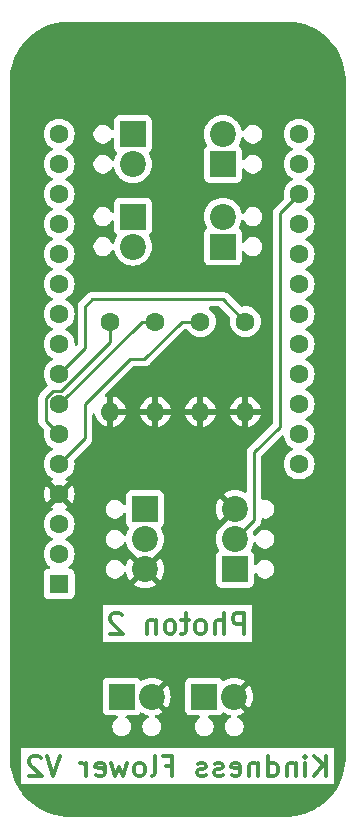
<source format=gbr>
%TF.GenerationSoftware,KiCad,Pcbnew,8.0.2*%
%TF.CreationDate,2024-05-27T13:26:58-06:00*%
%TF.ProjectId,KindFlowerPCB,4b696e64-466c-46f7-9765-725043422e6b,rev?*%
%TF.SameCoordinates,Original*%
%TF.FileFunction,Copper,L2,Bot*%
%TF.FilePolarity,Positive*%
%FSLAX46Y46*%
G04 Gerber Fmt 4.6, Leading zero omitted, Abs format (unit mm)*
G04 Created by KiCad (PCBNEW 8.0.2) date 2024-05-27 13:26:58*
%MOMM*%
%LPD*%
G01*
G04 APERTURE LIST*
%ADD10C,0.300000*%
%TA.AperFunction,NonConductor*%
%ADD11C,0.300000*%
%TD*%
%TA.AperFunction,ComponentPad*%
%ADD12C,1.600000*%
%TD*%
%TA.AperFunction,ComponentPad*%
%ADD13O,1.600000X1.600000*%
%TD*%
%TA.AperFunction,ComponentPad*%
%ADD14R,2.200000X2.200000*%
%TD*%
%TA.AperFunction,ComponentPad*%
%ADD15C,2.200000*%
%TD*%
%TA.AperFunction,ComponentPad*%
%ADD16R,1.600000X1.600000*%
%TD*%
%TA.AperFunction,Conductor*%
%ADD17C,0.250000*%
%TD*%
G04 APERTURE END LIST*
D10*
D11*
X151924444Y-140105234D02*
X151924444Y-138355234D01*
X151924444Y-138355234D02*
X151257777Y-138355234D01*
X151257777Y-138355234D02*
X151091111Y-138438567D01*
X151091111Y-138438567D02*
X151007777Y-138521901D01*
X151007777Y-138521901D02*
X150924444Y-138688567D01*
X150924444Y-138688567D02*
X150924444Y-138938567D01*
X150924444Y-138938567D02*
X151007777Y-139105234D01*
X151007777Y-139105234D02*
X151091111Y-139188567D01*
X151091111Y-139188567D02*
X151257777Y-139271901D01*
X151257777Y-139271901D02*
X151924444Y-139271901D01*
X150174444Y-140105234D02*
X150174444Y-138355234D01*
X149424444Y-140105234D02*
X149424444Y-139188567D01*
X149424444Y-139188567D02*
X149507777Y-139021901D01*
X149507777Y-139021901D02*
X149674444Y-138938567D01*
X149674444Y-138938567D02*
X149924444Y-138938567D01*
X149924444Y-138938567D02*
X150091111Y-139021901D01*
X150091111Y-139021901D02*
X150174444Y-139105234D01*
X148341111Y-140105234D02*
X148507778Y-140021901D01*
X148507778Y-140021901D02*
X148591111Y-139938567D01*
X148591111Y-139938567D02*
X148674444Y-139771901D01*
X148674444Y-139771901D02*
X148674444Y-139271901D01*
X148674444Y-139271901D02*
X148591111Y-139105234D01*
X148591111Y-139105234D02*
X148507778Y-139021901D01*
X148507778Y-139021901D02*
X148341111Y-138938567D01*
X148341111Y-138938567D02*
X148091111Y-138938567D01*
X148091111Y-138938567D02*
X147924444Y-139021901D01*
X147924444Y-139021901D02*
X147841111Y-139105234D01*
X147841111Y-139105234D02*
X147757778Y-139271901D01*
X147757778Y-139271901D02*
X147757778Y-139771901D01*
X147757778Y-139771901D02*
X147841111Y-139938567D01*
X147841111Y-139938567D02*
X147924444Y-140021901D01*
X147924444Y-140021901D02*
X148091111Y-140105234D01*
X148091111Y-140105234D02*
X148341111Y-140105234D01*
X147257778Y-138938567D02*
X146591111Y-138938567D01*
X147007778Y-138355234D02*
X147007778Y-139855234D01*
X147007778Y-139855234D02*
X146924445Y-140021901D01*
X146924445Y-140021901D02*
X146757778Y-140105234D01*
X146757778Y-140105234D02*
X146591111Y-140105234D01*
X145757778Y-140105234D02*
X145924445Y-140021901D01*
X145924445Y-140021901D02*
X146007778Y-139938567D01*
X146007778Y-139938567D02*
X146091111Y-139771901D01*
X146091111Y-139771901D02*
X146091111Y-139271901D01*
X146091111Y-139271901D02*
X146007778Y-139105234D01*
X146007778Y-139105234D02*
X145924445Y-139021901D01*
X145924445Y-139021901D02*
X145757778Y-138938567D01*
X145757778Y-138938567D02*
X145507778Y-138938567D01*
X145507778Y-138938567D02*
X145341111Y-139021901D01*
X145341111Y-139021901D02*
X145257778Y-139105234D01*
X145257778Y-139105234D02*
X145174445Y-139271901D01*
X145174445Y-139271901D02*
X145174445Y-139771901D01*
X145174445Y-139771901D02*
X145257778Y-139938567D01*
X145257778Y-139938567D02*
X145341111Y-140021901D01*
X145341111Y-140021901D02*
X145507778Y-140105234D01*
X145507778Y-140105234D02*
X145757778Y-140105234D01*
X144424445Y-138938567D02*
X144424445Y-140105234D01*
X144424445Y-139105234D02*
X144341112Y-139021901D01*
X144341112Y-139021901D02*
X144174445Y-138938567D01*
X144174445Y-138938567D02*
X143924445Y-138938567D01*
X143924445Y-138938567D02*
X143757778Y-139021901D01*
X143757778Y-139021901D02*
X143674445Y-139188567D01*
X143674445Y-139188567D02*
X143674445Y-140105234D01*
X141591112Y-138521901D02*
X141507779Y-138438567D01*
X141507779Y-138438567D02*
X141341112Y-138355234D01*
X141341112Y-138355234D02*
X140924446Y-138355234D01*
X140924446Y-138355234D02*
X140757779Y-138438567D01*
X140757779Y-138438567D02*
X140674446Y-138521901D01*
X140674446Y-138521901D02*
X140591112Y-138688567D01*
X140591112Y-138688567D02*
X140591112Y-138855234D01*
X140591112Y-138855234D02*
X140674446Y-139105234D01*
X140674446Y-139105234D02*
X141674446Y-140105234D01*
X141674446Y-140105234D02*
X140591112Y-140105234D01*
D10*
D11*
X158841110Y-152170234D02*
X158841110Y-150420234D01*
X157841110Y-152170234D02*
X158591110Y-151170234D01*
X157841110Y-150420234D02*
X158841110Y-151420234D01*
X157091110Y-152170234D02*
X157091110Y-151003567D01*
X157091110Y-150420234D02*
X157174443Y-150503567D01*
X157174443Y-150503567D02*
X157091110Y-150586901D01*
X157091110Y-150586901D02*
X157007777Y-150503567D01*
X157007777Y-150503567D02*
X157091110Y-150420234D01*
X157091110Y-150420234D02*
X157091110Y-150586901D01*
X156257777Y-151003567D02*
X156257777Y-152170234D01*
X156257777Y-151170234D02*
X156174444Y-151086901D01*
X156174444Y-151086901D02*
X156007777Y-151003567D01*
X156007777Y-151003567D02*
X155757777Y-151003567D01*
X155757777Y-151003567D02*
X155591110Y-151086901D01*
X155591110Y-151086901D02*
X155507777Y-151253567D01*
X155507777Y-151253567D02*
X155507777Y-152170234D01*
X153924444Y-152170234D02*
X153924444Y-150420234D01*
X153924444Y-152086901D02*
X154091111Y-152170234D01*
X154091111Y-152170234D02*
X154424444Y-152170234D01*
X154424444Y-152170234D02*
X154591111Y-152086901D01*
X154591111Y-152086901D02*
X154674444Y-152003567D01*
X154674444Y-152003567D02*
X154757777Y-151836901D01*
X154757777Y-151836901D02*
X154757777Y-151336901D01*
X154757777Y-151336901D02*
X154674444Y-151170234D01*
X154674444Y-151170234D02*
X154591111Y-151086901D01*
X154591111Y-151086901D02*
X154424444Y-151003567D01*
X154424444Y-151003567D02*
X154091111Y-151003567D01*
X154091111Y-151003567D02*
X153924444Y-151086901D01*
X153091111Y-151003567D02*
X153091111Y-152170234D01*
X153091111Y-151170234D02*
X153007778Y-151086901D01*
X153007778Y-151086901D02*
X152841111Y-151003567D01*
X152841111Y-151003567D02*
X152591111Y-151003567D01*
X152591111Y-151003567D02*
X152424444Y-151086901D01*
X152424444Y-151086901D02*
X152341111Y-151253567D01*
X152341111Y-151253567D02*
X152341111Y-152170234D01*
X150841111Y-152086901D02*
X151007778Y-152170234D01*
X151007778Y-152170234D02*
X151341111Y-152170234D01*
X151341111Y-152170234D02*
X151507778Y-152086901D01*
X151507778Y-152086901D02*
X151591111Y-151920234D01*
X151591111Y-151920234D02*
X151591111Y-151253567D01*
X151591111Y-151253567D02*
X151507778Y-151086901D01*
X151507778Y-151086901D02*
X151341111Y-151003567D01*
X151341111Y-151003567D02*
X151007778Y-151003567D01*
X151007778Y-151003567D02*
X150841111Y-151086901D01*
X150841111Y-151086901D02*
X150757778Y-151253567D01*
X150757778Y-151253567D02*
X150757778Y-151420234D01*
X150757778Y-151420234D02*
X151591111Y-151586901D01*
X150091111Y-152086901D02*
X149924445Y-152170234D01*
X149924445Y-152170234D02*
X149591111Y-152170234D01*
X149591111Y-152170234D02*
X149424445Y-152086901D01*
X149424445Y-152086901D02*
X149341111Y-151920234D01*
X149341111Y-151920234D02*
X149341111Y-151836901D01*
X149341111Y-151836901D02*
X149424445Y-151670234D01*
X149424445Y-151670234D02*
X149591111Y-151586901D01*
X149591111Y-151586901D02*
X149841111Y-151586901D01*
X149841111Y-151586901D02*
X150007778Y-151503567D01*
X150007778Y-151503567D02*
X150091111Y-151336901D01*
X150091111Y-151336901D02*
X150091111Y-151253567D01*
X150091111Y-151253567D02*
X150007778Y-151086901D01*
X150007778Y-151086901D02*
X149841111Y-151003567D01*
X149841111Y-151003567D02*
X149591111Y-151003567D01*
X149591111Y-151003567D02*
X149424445Y-151086901D01*
X148674444Y-152086901D02*
X148507778Y-152170234D01*
X148507778Y-152170234D02*
X148174444Y-152170234D01*
X148174444Y-152170234D02*
X148007778Y-152086901D01*
X148007778Y-152086901D02*
X147924444Y-151920234D01*
X147924444Y-151920234D02*
X147924444Y-151836901D01*
X147924444Y-151836901D02*
X148007778Y-151670234D01*
X148007778Y-151670234D02*
X148174444Y-151586901D01*
X148174444Y-151586901D02*
X148424444Y-151586901D01*
X148424444Y-151586901D02*
X148591111Y-151503567D01*
X148591111Y-151503567D02*
X148674444Y-151336901D01*
X148674444Y-151336901D02*
X148674444Y-151253567D01*
X148674444Y-151253567D02*
X148591111Y-151086901D01*
X148591111Y-151086901D02*
X148424444Y-151003567D01*
X148424444Y-151003567D02*
X148174444Y-151003567D01*
X148174444Y-151003567D02*
X148007778Y-151086901D01*
X145257778Y-151253567D02*
X145841111Y-151253567D01*
X145841111Y-152170234D02*
X145841111Y-150420234D01*
X145841111Y-150420234D02*
X145007778Y-150420234D01*
X144091111Y-152170234D02*
X144257778Y-152086901D01*
X144257778Y-152086901D02*
X144341111Y-151920234D01*
X144341111Y-151920234D02*
X144341111Y-150420234D01*
X143174444Y-152170234D02*
X143341111Y-152086901D01*
X143341111Y-152086901D02*
X143424444Y-152003567D01*
X143424444Y-152003567D02*
X143507777Y-151836901D01*
X143507777Y-151836901D02*
X143507777Y-151336901D01*
X143507777Y-151336901D02*
X143424444Y-151170234D01*
X143424444Y-151170234D02*
X143341111Y-151086901D01*
X143341111Y-151086901D02*
X143174444Y-151003567D01*
X143174444Y-151003567D02*
X142924444Y-151003567D01*
X142924444Y-151003567D02*
X142757777Y-151086901D01*
X142757777Y-151086901D02*
X142674444Y-151170234D01*
X142674444Y-151170234D02*
X142591111Y-151336901D01*
X142591111Y-151336901D02*
X142591111Y-151836901D01*
X142591111Y-151836901D02*
X142674444Y-152003567D01*
X142674444Y-152003567D02*
X142757777Y-152086901D01*
X142757777Y-152086901D02*
X142924444Y-152170234D01*
X142924444Y-152170234D02*
X143174444Y-152170234D01*
X142007778Y-151003567D02*
X141674444Y-152170234D01*
X141674444Y-152170234D02*
X141341111Y-151336901D01*
X141341111Y-151336901D02*
X141007778Y-152170234D01*
X141007778Y-152170234D02*
X140674444Y-151003567D01*
X139341111Y-152086901D02*
X139507778Y-152170234D01*
X139507778Y-152170234D02*
X139841111Y-152170234D01*
X139841111Y-152170234D02*
X140007778Y-152086901D01*
X140007778Y-152086901D02*
X140091111Y-151920234D01*
X140091111Y-151920234D02*
X140091111Y-151253567D01*
X140091111Y-151253567D02*
X140007778Y-151086901D01*
X140007778Y-151086901D02*
X139841111Y-151003567D01*
X139841111Y-151003567D02*
X139507778Y-151003567D01*
X139507778Y-151003567D02*
X139341111Y-151086901D01*
X139341111Y-151086901D02*
X139257778Y-151253567D01*
X139257778Y-151253567D02*
X139257778Y-151420234D01*
X139257778Y-151420234D02*
X140091111Y-151586901D01*
X138507778Y-152170234D02*
X138507778Y-151003567D01*
X138507778Y-151336901D02*
X138424445Y-151170234D01*
X138424445Y-151170234D02*
X138341111Y-151086901D01*
X138341111Y-151086901D02*
X138174445Y-151003567D01*
X138174445Y-151003567D02*
X138007778Y-151003567D01*
X136341112Y-150420234D02*
X135757779Y-152170234D01*
X135757779Y-152170234D02*
X135174445Y-150420234D01*
X134674445Y-150586901D02*
X134591112Y-150503567D01*
X134591112Y-150503567D02*
X134424445Y-150420234D01*
X134424445Y-150420234D02*
X134007779Y-150420234D01*
X134007779Y-150420234D02*
X133841112Y-150503567D01*
X133841112Y-150503567D02*
X133757779Y-150586901D01*
X133757779Y-150586901D02*
X133674445Y-150753567D01*
X133674445Y-150753567D02*
X133674445Y-150920234D01*
X133674445Y-150920234D02*
X133757779Y-151170234D01*
X133757779Y-151170234D02*
X134757779Y-152170234D01*
X134757779Y-152170234D02*
X133674445Y-152170234D01*
D12*
%TO.P,R2,1*%
%TO.N,Net-(A1-A5)*%
X152014445Y-113665000D03*
D13*
%TO.P,R2,2*%
%TO.N,GND*%
X152014445Y-121285000D03*
%TD*%
D14*
%TO.P,J6,1,Pin_1*%
%TO.N,+3.3V*%
X150109445Y-107315000D03*
D15*
%TO.P,J6,2,Pin_2*%
%TO.N,Net-(A1-A5)*%
X150109445Y-104775000D03*
%TD*%
D14*
%TO.P,J3,1,Pin_1*%
%TO.N,+5V*%
X148521945Y-145415000D03*
D15*
%TO.P,J3,2,Pin_2*%
%TO.N,GND*%
X151061945Y-145415000D03*
%TD*%
D14*
%TO.P,J4,1,Pin_1*%
%TO.N,+3.3V*%
X142489445Y-104775000D03*
D15*
%TO.P,J4,2,Pin_2*%
%TO.N,Net-(A1-A2)*%
X142489445Y-107315000D03*
%TD*%
D14*
%TO.P,J5,1,Pin_1*%
%TO.N,+3.3V*%
X142489445Y-97790000D03*
D15*
%TO.P,J5,2,Pin_2*%
%TO.N,Net-(A1-A1)*%
X142489445Y-100330000D03*
%TD*%
D14*
%TO.P,J8,1,Pin_1*%
%TO.N,+BATT*%
X151130000Y-134620000D03*
D15*
%TO.P,J8,2,Pin_2*%
%TO.N,Net-(A1-D2)*%
X151130000Y-132080000D03*
%TO.P,J8,3,Pin_3*%
%TO.N,GND*%
X151130000Y-129540000D03*
%TD*%
D14*
%TO.P,J1,1,Pin_1*%
%TO.N,+BATT*%
X141536945Y-145415000D03*
D15*
%TO.P,J1,2,Pin_2*%
%TO.N,GND*%
X144076945Y-145415000D03*
%TD*%
D12*
%TO.P,R3,1*%
%TO.N,Net-(A1-A0)*%
X148204445Y-113665000D03*
D13*
%TO.P,R3,2*%
%TO.N,GND*%
X148204445Y-121285000D03*
%TD*%
D14*
%TO.P,J2,1,Pin_1*%
%TO.N,+3.3V*%
X150109445Y-100330000D03*
D15*
%TO.P,J2,2,Pin_2*%
%TO.N,Net-(A1-A0)*%
X150109445Y-97790000D03*
%TD*%
D14*
%TO.P,J7,1,Pin_1*%
%TO.N,+BATT*%
X143510000Y-129540000D03*
D15*
%TO.P,J7,2,Pin_2*%
%TO.N,Net-(A1-D2)*%
X143510000Y-132080000D03*
%TO.P,J7,3,Pin_3*%
%TO.N,GND*%
X143510000Y-134620000D03*
%TD*%
D12*
%TO.P,R5,1*%
%TO.N,Net-(A1-A1)*%
X140584445Y-113665000D03*
D13*
%TO.P,R5,2*%
%TO.N,GND*%
X140584445Y-121285000D03*
%TD*%
D12*
%TO.P,R4,1*%
%TO.N,Net-(A1-A2)*%
X144394445Y-113665000D03*
D13*
%TO.P,R4,2*%
%TO.N,GND*%
X144394445Y-121285000D03*
%TD*%
D16*
%TO.P,A1,1,~{RESET}*%
%TO.N,unconnected-(A1-~{RESET}-Pad1)*%
X136246945Y-135890000D03*
D12*
%TO.P,A1,2,3V3*%
%TO.N,+3.3V*%
X136246945Y-133350000D03*
%TO.P,A1,3,MODE*%
%TO.N,unconnected-(A1-MODE-Pad3)*%
X136246945Y-130810000D03*
%TO.P,A1,4,GND*%
%TO.N,GND*%
X136246945Y-128270000D03*
%TO.P,A1,5,A0*%
%TO.N,Net-(A1-A0)*%
X136246945Y-125730000D03*
%TO.P,A1,6,A1*%
%TO.N,Net-(A1-A1)*%
X136246945Y-123190000D03*
%TO.P,A1,7,A2*%
%TO.N,Net-(A1-A2)*%
X136246945Y-120650000D03*
%TO.P,A1,8,A5*%
%TO.N,Net-(A1-A5)*%
X136246945Y-118110000D03*
%TO.P,A1,9,D19_S4*%
%TO.N,unconnected-(A1-D19_S4-Pad9)*%
X136246945Y-115570000D03*
%TO.P,A1,10,D18_S3*%
%TO.N,unconnected-(A1-D18_S3-Pad10)*%
X136246945Y-113030000D03*
%TO.P,A1,11,SCK*%
%TO.N,unconnected-(A1-SCK-Pad11)*%
X136246945Y-110490000D03*
%TO.P,A1,12,MOSI*%
%TO.N,unconnected-(A1-MOSI-Pad12)*%
X136246945Y-107950000D03*
%TO.P,A1,13,MISO*%
%TO.N,unconnected-(A1-MISO-Pad13)*%
X136246945Y-105410000D03*
%TO.P,A1,14,RX*%
%TO.N,unconnected-(A1-RX-Pad14)*%
X136246945Y-102870000D03*
%TO.P,A1,15,TX*%
%TO.N,unconnected-(A1-TX-Pad15)*%
X136246945Y-100330000D03*
%TO.P,A1,16,NC*%
%TO.N,unconnected-(A1-NC-Pad16)*%
X136246945Y-97790000D03*
%TO.P,A1,17,SDA_A3*%
%TO.N,unconnected-(A1-SDA_A3-Pad17)*%
X156566945Y-97790000D03*
%TO.P,A1,18,SCL_A4*%
%TO.N,unconnected-(A1-SCL_A4-Pad18)*%
X156566945Y-100330000D03*
%TO.P,A1,19,D2*%
%TO.N,Net-(A1-D2)*%
X156566945Y-102870000D03*
%TO.P,A1,20,D3*%
%TO.N,unconnected-(A1-D3-Pad20)*%
X156566945Y-105410000D03*
%TO.P,A1,21,D4*%
%TO.N,unconnected-(A1-D4-Pad21)*%
X156566945Y-107950000D03*
%TO.P,A1,22,D5*%
%TO.N,unconnected-(A1-D5-Pad22)*%
X156566945Y-110490000D03*
%TO.P,A1,23,D6*%
%TO.N,unconnected-(A1-D6-Pad23)*%
X156566945Y-113030000D03*
%TO.P,A1,24,D7*%
%TO.N,unconnected-(A1-D7-Pad24)*%
X156566945Y-115570000D03*
%TO.P,A1,25,D10*%
%TO.N,unconnected-(A1-D10-Pad25)*%
X156566945Y-118110000D03*
%TO.P,A1,26,USB*%
%TO.N,+5V*%
X156566945Y-120650000D03*
%TO.P,A1,27,EN*%
%TO.N,unconnected-(A1-EN-Pad27)*%
X156566945Y-123190000D03*
%TO.P,A1,28,VBAT*%
%TO.N,+BATT*%
X156566945Y-125730000D03*
%TD*%
D17*
%TO.N,Net-(A1-A1)*%
X135121945Y-120148055D02*
X135121945Y-122065000D01*
X135745000Y-119525000D02*
X135121945Y-120148055D01*
X140584445Y-115363491D02*
X136422936Y-119525000D01*
X136422936Y-119525000D02*
X135745000Y-119525000D01*
X135121945Y-122065000D02*
X136246945Y-123190000D01*
X140584445Y-113665000D02*
X140584445Y-115363491D01*
%TO.N,Net-(A1-A5)*%
X138430000Y-115926945D02*
X136246945Y-118110000D01*
X138430000Y-112395000D02*
X138430000Y-115926945D01*
X150109445Y-111760000D02*
X139065000Y-111760000D01*
X139065000Y-111760000D02*
X138430000Y-112395000D01*
X152014445Y-113665000D02*
X150109445Y-111760000D01*
%TO.N,Net-(A1-A2)*%
X143231945Y-113665000D02*
X136246945Y-120650000D01*
X144394445Y-113665000D02*
X143231945Y-113665000D01*
%TO.N,Net-(A1-A0)*%
X138430000Y-123546945D02*
X136246945Y-125730000D01*
X143438454Y-116840000D02*
X142240000Y-116840000D01*
X142240000Y-116840000D02*
X138430000Y-120650000D01*
X146613454Y-113665000D02*
X143438454Y-116840000D01*
X148204445Y-113665000D02*
X146613454Y-113665000D01*
X138430000Y-120650000D02*
X138430000Y-123546945D01*
%TO.N,Net-(A1-D2)*%
X152745000Y-130465000D02*
X152745000Y-124750000D01*
X154940000Y-104496945D02*
X156566945Y-102870000D01*
X154940000Y-122555000D02*
X154940000Y-104496945D01*
X151130000Y-132080000D02*
X152745000Y-130465000D01*
X152745000Y-124750000D02*
X154940000Y-122555000D01*
%TD*%
%TA.AperFunction,Conductor*%
%TO.N,GND*%
G36*
X155519548Y-88265007D02*
G01*
X155732355Y-88267270D01*
X155741819Y-88267734D01*
X156166451Y-88304884D01*
X156177168Y-88306295D01*
X156596289Y-88380196D01*
X156606837Y-88382534D01*
X157017945Y-88492689D01*
X157028224Y-88495931D01*
X157428170Y-88641499D01*
X157438136Y-88645627D01*
X157823872Y-88825498D01*
X157833439Y-88830478D01*
X158129810Y-89001588D01*
X158202014Y-89043275D01*
X158211137Y-89049087D01*
X158559761Y-89293194D01*
X158568327Y-89299767D01*
X158568393Y-89299822D01*
X158894349Y-89573332D01*
X158902324Y-89580640D01*
X159203252Y-89881567D01*
X159210560Y-89889542D01*
X159484119Y-90215556D01*
X159490705Y-90224139D01*
X159734807Y-90572753D01*
X159740619Y-90581876D01*
X159953409Y-90950438D01*
X159958404Y-90960033D01*
X160138263Y-91345740D01*
X160142403Y-91355735D01*
X160287959Y-91755647D01*
X160291212Y-91765964D01*
X160401360Y-92177045D01*
X160403701Y-92187605D01*
X160477603Y-92606719D01*
X160479015Y-92617445D01*
X160516163Y-93042056D01*
X160516628Y-93051549D01*
X160518883Y-93264339D01*
X160518890Y-93265653D01*
X160518890Y-150574355D01*
X160518883Y-150575663D01*
X160516638Y-150788446D01*
X160516173Y-150797945D01*
X160479024Y-151222556D01*
X160477612Y-151233281D01*
X160403711Y-151652393D01*
X160401370Y-151662955D01*
X160291220Y-152074041D01*
X160287967Y-152084357D01*
X160142412Y-152484268D01*
X160138272Y-152494263D01*
X159958412Y-152879971D01*
X159953417Y-152889566D01*
X159740631Y-153258122D01*
X159734819Y-153267246D01*
X159490708Y-153615872D01*
X159484122Y-153624454D01*
X159210567Y-153950463D01*
X159203259Y-153958438D01*
X158902331Y-154259366D01*
X158894356Y-154266675D01*
X158568341Y-154540234D01*
X158559758Y-154546819D01*
X158211143Y-154790921D01*
X158202020Y-154796733D01*
X157833458Y-155009522D01*
X157823862Y-155014517D01*
X157438153Y-155194375D01*
X157428159Y-155198515D01*
X157028246Y-155344070D01*
X157017929Y-155347323D01*
X156606846Y-155457472D01*
X156596285Y-155459813D01*
X156177174Y-155533713D01*
X156166449Y-155535125D01*
X155741833Y-155572274D01*
X155732339Y-155572739D01*
X155519551Y-155574993D01*
X155518238Y-155575000D01*
X137080710Y-155575000D01*
X137079359Y-155574993D01*
X137074454Y-155574939D01*
X136866527Y-155572671D01*
X136857073Y-155572206D01*
X136432450Y-155535056D01*
X136421725Y-155533644D01*
X136002623Y-155459746D01*
X135992061Y-155457405D01*
X135580980Y-155347256D01*
X135570664Y-155344003D01*
X135170759Y-155198450D01*
X135160764Y-155194310D01*
X134775062Y-155014454D01*
X134765467Y-155009459D01*
X134396916Y-154796676D01*
X134387792Y-154790864D01*
X134039179Y-154546762D01*
X134030597Y-154540177D01*
X133704579Y-154266616D01*
X133696604Y-154259307D01*
X133395692Y-153958395D01*
X133388383Y-153950420D01*
X133114822Y-153624402D01*
X133108237Y-153615820D01*
X132864132Y-153267203D01*
X132858323Y-153258083D01*
X132645540Y-152889532D01*
X132640545Y-152879937D01*
X132616511Y-152828396D01*
X133017220Y-152828396D01*
X159496610Y-152828396D01*
X159496610Y-149763009D01*
X133017220Y-149763009D01*
X133017220Y-152828396D01*
X132616511Y-152828396D01*
X132460683Y-152494221D01*
X132456555Y-152484255D01*
X132310992Y-152084322D01*
X132307747Y-152074033D01*
X132197590Y-151662921D01*
X132195256Y-151652393D01*
X132121354Y-151233270D01*
X132119943Y-151222549D01*
X132082793Y-150797926D01*
X132082328Y-150788471D01*
X132080007Y-150575641D01*
X132080000Y-150574289D01*
X132080000Y-144267135D01*
X139936445Y-144267135D01*
X139936445Y-146562870D01*
X139936446Y-146562876D01*
X139942853Y-146622483D01*
X139993147Y-146757328D01*
X139993151Y-146757335D01*
X140079397Y-146872544D01*
X140079400Y-146872547D01*
X140194609Y-146958793D01*
X140194616Y-146958797D01*
X140329462Y-147009091D01*
X140329461Y-147009091D01*
X140336389Y-147009835D01*
X140389072Y-147015500D01*
X141093372Y-147015499D01*
X141160409Y-147035183D01*
X141206164Y-147087987D01*
X141216108Y-147157146D01*
X141187083Y-147220702D01*
X141162261Y-147242601D01*
X141026656Y-147333210D01*
X141026652Y-147333213D01*
X140915158Y-147444707D01*
X140915155Y-147444711D01*
X140827554Y-147575814D01*
X140827547Y-147575827D01*
X140767209Y-147721498D01*
X140767206Y-147721510D01*
X140736445Y-147876153D01*
X140736445Y-148033846D01*
X140767206Y-148188489D01*
X140767209Y-148188501D01*
X140827547Y-148334172D01*
X140827554Y-148334185D01*
X140915155Y-148465288D01*
X140915158Y-148465292D01*
X141026652Y-148576786D01*
X141026656Y-148576789D01*
X141157759Y-148664390D01*
X141157772Y-148664397D01*
X141303443Y-148724735D01*
X141303448Y-148724737D01*
X141458098Y-148755499D01*
X141458101Y-148755500D01*
X141458103Y-148755500D01*
X141615789Y-148755500D01*
X141615790Y-148755499D01*
X141770442Y-148724737D01*
X141916124Y-148664394D01*
X142047234Y-148576789D01*
X142158734Y-148465289D01*
X142246339Y-148334179D01*
X142306682Y-148188497D01*
X142337445Y-148033842D01*
X142337445Y-147876158D01*
X142337445Y-147876155D01*
X142337444Y-147876153D01*
X142306683Y-147721510D01*
X142306682Y-147721503D01*
X142306680Y-147721498D01*
X142246342Y-147575827D01*
X142246335Y-147575814D01*
X142158734Y-147444711D01*
X142158731Y-147444707D01*
X142047237Y-147333213D01*
X142047233Y-147333210D01*
X141911628Y-147242601D01*
X141866823Y-147188989D01*
X141858116Y-147119664D01*
X141888271Y-147056636D01*
X141947714Y-147019917D01*
X141980516Y-147015499D01*
X142684817Y-147015499D01*
X142744428Y-147009091D01*
X142879276Y-146958796D01*
X142994491Y-146872546D01*
X143052174Y-146795491D01*
X143108106Y-146753622D01*
X143177798Y-146748638D01*
X143216229Y-146764077D01*
X143348313Y-146845019D01*
X143580989Y-146941396D01*
X143748773Y-146981677D01*
X143809366Y-147016467D01*
X143841530Y-147078493D01*
X143835054Y-147148062D01*
X143791995Y-147203087D01*
X143767280Y-147216812D01*
X143697769Y-147245604D01*
X143697759Y-147245609D01*
X143566656Y-147333210D01*
X143566652Y-147333213D01*
X143455158Y-147444707D01*
X143455155Y-147444711D01*
X143367554Y-147575814D01*
X143367547Y-147575827D01*
X143307209Y-147721498D01*
X143307206Y-147721510D01*
X143276445Y-147876153D01*
X143276445Y-148033846D01*
X143307206Y-148188489D01*
X143307209Y-148188501D01*
X143367547Y-148334172D01*
X143367554Y-148334185D01*
X143455155Y-148465288D01*
X143455158Y-148465292D01*
X143566652Y-148576786D01*
X143566656Y-148576789D01*
X143697759Y-148664390D01*
X143697772Y-148664397D01*
X143843443Y-148724735D01*
X143843448Y-148724737D01*
X143998098Y-148755499D01*
X143998101Y-148755500D01*
X143998103Y-148755500D01*
X144155789Y-148755500D01*
X144155790Y-148755499D01*
X144310442Y-148724737D01*
X144456124Y-148664394D01*
X144587234Y-148576789D01*
X144698734Y-148465289D01*
X144786339Y-148334179D01*
X144846682Y-148188497D01*
X144877445Y-148033842D01*
X144877445Y-147876158D01*
X144877445Y-147876155D01*
X144877444Y-147876153D01*
X144846683Y-147721510D01*
X144846682Y-147721503D01*
X144846680Y-147721498D01*
X144786342Y-147575827D01*
X144786335Y-147575814D01*
X144698734Y-147444711D01*
X144698731Y-147444707D01*
X144587237Y-147333213D01*
X144587233Y-147333210D01*
X144456130Y-147245609D01*
X144456117Y-147245602D01*
X144386610Y-147216812D01*
X144332206Y-147172971D01*
X144310141Y-147106677D01*
X144327420Y-147038978D01*
X144378557Y-146991367D01*
X144405116Y-146981677D01*
X144572900Y-146941396D01*
X144805576Y-146845019D01*
X145020306Y-146713432D01*
X145020308Y-146713430D01*
X145021125Y-146712732D01*
X144247180Y-145938787D01*
X144289237Y-145927518D01*
X144414653Y-145855110D01*
X144517055Y-145752708D01*
X144589463Y-145627292D01*
X144600732Y-145585235D01*
X145374677Y-146359180D01*
X145375375Y-146358363D01*
X145375377Y-146358361D01*
X145506964Y-146143631D01*
X145603341Y-145910956D01*
X145662132Y-145666072D01*
X145681892Y-145415000D01*
X145662132Y-145163927D01*
X145603341Y-144919043D01*
X145506964Y-144686368D01*
X145375374Y-144471634D01*
X145374678Y-144470819D01*
X145374677Y-144470819D01*
X144600732Y-145244764D01*
X144589463Y-145202708D01*
X144517055Y-145077292D01*
X144414653Y-144974890D01*
X144289237Y-144902482D01*
X144247179Y-144891212D01*
X144871255Y-144267135D01*
X146921445Y-144267135D01*
X146921445Y-146562870D01*
X146921446Y-146562876D01*
X146927853Y-146622483D01*
X146978147Y-146757328D01*
X146978151Y-146757335D01*
X147064397Y-146872544D01*
X147064400Y-146872547D01*
X147179609Y-146958793D01*
X147179616Y-146958797D01*
X147314462Y-147009091D01*
X147314461Y-147009091D01*
X147321389Y-147009835D01*
X147374072Y-147015500D01*
X148078372Y-147015499D01*
X148145409Y-147035183D01*
X148191164Y-147087987D01*
X148201108Y-147157146D01*
X148172083Y-147220702D01*
X148147261Y-147242601D01*
X148011656Y-147333210D01*
X148011652Y-147333213D01*
X147900158Y-147444707D01*
X147900155Y-147444711D01*
X147812554Y-147575814D01*
X147812547Y-147575827D01*
X147752209Y-147721498D01*
X147752206Y-147721510D01*
X147721445Y-147876153D01*
X147721445Y-148033846D01*
X147752206Y-148188489D01*
X147752209Y-148188501D01*
X147812547Y-148334172D01*
X147812554Y-148334185D01*
X147900155Y-148465288D01*
X147900158Y-148465292D01*
X148011652Y-148576786D01*
X148011656Y-148576789D01*
X148142759Y-148664390D01*
X148142772Y-148664397D01*
X148288443Y-148724735D01*
X148288448Y-148724737D01*
X148443098Y-148755499D01*
X148443101Y-148755500D01*
X148443103Y-148755500D01*
X148600789Y-148755500D01*
X148600790Y-148755499D01*
X148755442Y-148724737D01*
X148901124Y-148664394D01*
X149032234Y-148576789D01*
X149143734Y-148465289D01*
X149231339Y-148334179D01*
X149291682Y-148188497D01*
X149322445Y-148033842D01*
X149322445Y-147876158D01*
X149322445Y-147876155D01*
X149322444Y-147876153D01*
X149291683Y-147721510D01*
X149291682Y-147721503D01*
X149291680Y-147721498D01*
X149231342Y-147575827D01*
X149231335Y-147575814D01*
X149143734Y-147444711D01*
X149143731Y-147444707D01*
X149032237Y-147333213D01*
X149032233Y-147333210D01*
X148896628Y-147242601D01*
X148851823Y-147188989D01*
X148843116Y-147119664D01*
X148873271Y-147056636D01*
X148932714Y-147019917D01*
X148965516Y-147015499D01*
X149669817Y-147015499D01*
X149729428Y-147009091D01*
X149864276Y-146958796D01*
X149979491Y-146872546D01*
X150037174Y-146795491D01*
X150093106Y-146753622D01*
X150162798Y-146748638D01*
X150201229Y-146764077D01*
X150333313Y-146845019D01*
X150565989Y-146941396D01*
X150733773Y-146981677D01*
X150794366Y-147016467D01*
X150826530Y-147078493D01*
X150820054Y-147148062D01*
X150776995Y-147203087D01*
X150752280Y-147216812D01*
X150682769Y-147245604D01*
X150682759Y-147245609D01*
X150551656Y-147333210D01*
X150551652Y-147333213D01*
X150440158Y-147444707D01*
X150440155Y-147444711D01*
X150352554Y-147575814D01*
X150352547Y-147575827D01*
X150292209Y-147721498D01*
X150292206Y-147721510D01*
X150261445Y-147876153D01*
X150261445Y-148033846D01*
X150292206Y-148188489D01*
X150292209Y-148188501D01*
X150352547Y-148334172D01*
X150352554Y-148334185D01*
X150440155Y-148465288D01*
X150440158Y-148465292D01*
X150551652Y-148576786D01*
X150551656Y-148576789D01*
X150682759Y-148664390D01*
X150682772Y-148664397D01*
X150828443Y-148724735D01*
X150828448Y-148724737D01*
X150983098Y-148755499D01*
X150983101Y-148755500D01*
X150983103Y-148755500D01*
X151140789Y-148755500D01*
X151140790Y-148755499D01*
X151295442Y-148724737D01*
X151441124Y-148664394D01*
X151572234Y-148576789D01*
X151683734Y-148465289D01*
X151771339Y-148334179D01*
X151831682Y-148188497D01*
X151862445Y-148033842D01*
X151862445Y-147876158D01*
X151862445Y-147876155D01*
X151862444Y-147876153D01*
X151831683Y-147721510D01*
X151831682Y-147721503D01*
X151831680Y-147721498D01*
X151771342Y-147575827D01*
X151771335Y-147575814D01*
X151683734Y-147444711D01*
X151683731Y-147444707D01*
X151572237Y-147333213D01*
X151572233Y-147333210D01*
X151441130Y-147245609D01*
X151441117Y-147245602D01*
X151371610Y-147216812D01*
X151317206Y-147172971D01*
X151295141Y-147106677D01*
X151312420Y-147038978D01*
X151363557Y-146991367D01*
X151390116Y-146981677D01*
X151557900Y-146941396D01*
X151790576Y-146845019D01*
X152005306Y-146713432D01*
X152005308Y-146713430D01*
X152006125Y-146712732D01*
X151232180Y-145938787D01*
X151274237Y-145927518D01*
X151399653Y-145855110D01*
X151502055Y-145752708D01*
X151574463Y-145627292D01*
X151585732Y-145585234D01*
X152359677Y-146359180D01*
X152360375Y-146358363D01*
X152360377Y-146358361D01*
X152491964Y-146143631D01*
X152588341Y-145910956D01*
X152647132Y-145666072D01*
X152666892Y-145415000D01*
X152647132Y-145163927D01*
X152588341Y-144919043D01*
X152491964Y-144686368D01*
X152360374Y-144471634D01*
X152359678Y-144470819D01*
X152359677Y-144470819D01*
X151585732Y-145244764D01*
X151574463Y-145202708D01*
X151502055Y-145077292D01*
X151399653Y-144974890D01*
X151274237Y-144902482D01*
X151232179Y-144891212D01*
X152006124Y-144117266D01*
X152005307Y-144116568D01*
X151790576Y-143984980D01*
X151557901Y-143888603D01*
X151313017Y-143829812D01*
X151061945Y-143810052D01*
X150810872Y-143829812D01*
X150565988Y-143888603D01*
X150333318Y-143984978D01*
X150201229Y-144065923D01*
X150133783Y-144084167D01*
X150067180Y-144063051D01*
X150037173Y-144034506D01*
X149979492Y-143957455D01*
X149979489Y-143957452D01*
X149864280Y-143871206D01*
X149864273Y-143871202D01*
X149729427Y-143820908D01*
X149729428Y-143820908D01*
X149669828Y-143814501D01*
X149669826Y-143814500D01*
X149669818Y-143814500D01*
X149669809Y-143814500D01*
X147374074Y-143814500D01*
X147374068Y-143814501D01*
X147314461Y-143820908D01*
X147179616Y-143871202D01*
X147179609Y-143871206D01*
X147064400Y-143957452D01*
X147064397Y-143957455D01*
X146978151Y-144072664D01*
X146978147Y-144072671D01*
X146927853Y-144207517D01*
X146921446Y-144267116D01*
X146921445Y-144267135D01*
X144871255Y-144267135D01*
X145021124Y-144117266D01*
X145020307Y-144116568D01*
X144805576Y-143984980D01*
X144572901Y-143888603D01*
X144328017Y-143829812D01*
X144076945Y-143810052D01*
X143825872Y-143829812D01*
X143580988Y-143888603D01*
X143348318Y-143984978D01*
X143216229Y-144065923D01*
X143148783Y-144084167D01*
X143082180Y-144063051D01*
X143052173Y-144034506D01*
X142994492Y-143957455D01*
X142994489Y-143957452D01*
X142879280Y-143871206D01*
X142879273Y-143871202D01*
X142744427Y-143820908D01*
X142744428Y-143820908D01*
X142684828Y-143814501D01*
X142684826Y-143814500D01*
X142684818Y-143814500D01*
X142684809Y-143814500D01*
X140389074Y-143814500D01*
X140389068Y-143814501D01*
X140329461Y-143820908D01*
X140194616Y-143871202D01*
X140194609Y-143871206D01*
X140079400Y-143957452D01*
X140079397Y-143957455D01*
X139993151Y-144072664D01*
X139993147Y-144072671D01*
X139942853Y-144207517D01*
X139936446Y-144267116D01*
X139936445Y-144267135D01*
X132080000Y-144267135D01*
X132080000Y-140762459D01*
X139933887Y-140762459D01*
X152579944Y-140762459D01*
X152579944Y-137698009D01*
X139933887Y-137698009D01*
X139933887Y-140762459D01*
X132080000Y-140762459D01*
X132080000Y-120086447D01*
X134496445Y-120086447D01*
X134496445Y-122126611D01*
X134520480Y-122247444D01*
X134520485Y-122247461D01*
X134567630Y-122361280D01*
X134567635Y-122361289D01*
X134601859Y-122412507D01*
X134601860Y-122412509D01*
X134636086Y-122463733D01*
X134727531Y-122555178D01*
X134727553Y-122555198D01*
X134947531Y-122775176D01*
X134981016Y-122836499D01*
X134979626Y-122894948D01*
X134961310Y-122963307D01*
X134961309Y-122963313D01*
X134941477Y-123189999D01*
X134941477Y-123190001D01*
X134961309Y-123416686D01*
X134961311Y-123416697D01*
X135020203Y-123636488D01*
X135020206Y-123636497D01*
X135116376Y-123842732D01*
X135116377Y-123842734D01*
X135246899Y-124029141D01*
X135407803Y-124190045D01*
X135407806Y-124190047D01*
X135594211Y-124320568D01*
X135652220Y-124347618D01*
X135704659Y-124393791D01*
X135723811Y-124460984D01*
X135703595Y-124527865D01*
X135652220Y-124572382D01*
X135594212Y-124599431D01*
X135594210Y-124599432D01*
X135407803Y-124729954D01*
X135246899Y-124890858D01*
X135116377Y-125077265D01*
X135116376Y-125077267D01*
X135020206Y-125283502D01*
X135020203Y-125283511D01*
X134961311Y-125503302D01*
X134961309Y-125503313D01*
X134941477Y-125729998D01*
X134941477Y-125730001D01*
X134961309Y-125956686D01*
X134961311Y-125956697D01*
X135020203Y-126176488D01*
X135020206Y-126176497D01*
X135116376Y-126382732D01*
X135116377Y-126382734D01*
X135246899Y-126569141D01*
X135407803Y-126730045D01*
X135407806Y-126730047D01*
X135594211Y-126860568D01*
X135652810Y-126887893D01*
X135705250Y-126934065D01*
X135724402Y-127001258D01*
X135704187Y-127068139D01*
X135652812Y-127112657D01*
X135594458Y-127139868D01*
X135594457Y-127139868D01*
X135521471Y-127190973D01*
X135521471Y-127190974D01*
X136200498Y-127870000D01*
X136194284Y-127870000D01*
X136092551Y-127897259D01*
X136001339Y-127949920D01*
X135926865Y-128024394D01*
X135874204Y-128115606D01*
X135846945Y-128217339D01*
X135846945Y-128223552D01*
X135167919Y-127544526D01*
X135167918Y-127544526D01*
X135116813Y-127617512D01*
X135116811Y-127617516D01*
X135020679Y-127823673D01*
X135020675Y-127823682D01*
X134961805Y-128043389D01*
X134961803Y-128043400D01*
X134941979Y-128269997D01*
X134941979Y-128270002D01*
X134961803Y-128496599D01*
X134961805Y-128496610D01*
X135020675Y-128716317D01*
X135020680Y-128716331D01*
X135116808Y-128922478D01*
X135167919Y-128995472D01*
X135846945Y-128316446D01*
X135846945Y-128322661D01*
X135874204Y-128424394D01*
X135926865Y-128515606D01*
X136001339Y-128590080D01*
X136092551Y-128642741D01*
X136194284Y-128670000D01*
X136200498Y-128670000D01*
X135521471Y-129349025D01*
X135594458Y-129400132D01*
X135594466Y-129400136D01*
X135652809Y-129427342D01*
X135705249Y-129473514D01*
X135724401Y-129540707D01*
X135704186Y-129607589D01*
X135652811Y-129652105D01*
X135594217Y-129679428D01*
X135594210Y-129679432D01*
X135407803Y-129809954D01*
X135246899Y-129970858D01*
X135116377Y-130157265D01*
X135116376Y-130157267D01*
X135020206Y-130363502D01*
X135020203Y-130363511D01*
X134961311Y-130583302D01*
X134961309Y-130583313D01*
X134941477Y-130809998D01*
X134941477Y-130810001D01*
X134961309Y-131036686D01*
X134961311Y-131036697D01*
X135020203Y-131256488D01*
X135020206Y-131256497D01*
X135116376Y-131462732D01*
X135116377Y-131462734D01*
X135246899Y-131649141D01*
X135407803Y-131810045D01*
X135454638Y-131842839D01*
X135594211Y-131940568D01*
X135652220Y-131967618D01*
X135704659Y-132013791D01*
X135723811Y-132080984D01*
X135703595Y-132147865D01*
X135652220Y-132192382D01*
X135594212Y-132219431D01*
X135594210Y-132219432D01*
X135407803Y-132349954D01*
X135246899Y-132510858D01*
X135116377Y-132697265D01*
X135116376Y-132697267D01*
X135020206Y-132903502D01*
X135020203Y-132903511D01*
X134961311Y-133123302D01*
X134961309Y-133123313D01*
X134941477Y-133349998D01*
X134941477Y-133350001D01*
X134961309Y-133576686D01*
X134961311Y-133576697D01*
X135020203Y-133796488D01*
X135020206Y-133796497D01*
X135116376Y-134002732D01*
X135116377Y-134002734D01*
X135246899Y-134189141D01*
X135407803Y-134350045D01*
X135432407Y-134367273D01*
X135476032Y-134421849D01*
X135483226Y-134491348D01*
X135451703Y-134553703D01*
X135391474Y-134589117D01*
X135374538Y-134592138D01*
X135339461Y-134595908D01*
X135204616Y-134646202D01*
X135204609Y-134646206D01*
X135089400Y-134732452D01*
X135089397Y-134732455D01*
X135003151Y-134847664D01*
X135003147Y-134847671D01*
X134952853Y-134982517D01*
X134946446Y-135042116D01*
X134946446Y-135042123D01*
X134946445Y-135042135D01*
X134946445Y-136737870D01*
X134946446Y-136737876D01*
X134952853Y-136797483D01*
X135003147Y-136932328D01*
X135003151Y-136932335D01*
X135089397Y-137047544D01*
X135089400Y-137047547D01*
X135204609Y-137133793D01*
X135204616Y-137133797D01*
X135339462Y-137184091D01*
X135339461Y-137184091D01*
X135346389Y-137184835D01*
X135399072Y-137190500D01*
X137094817Y-137190499D01*
X137154428Y-137184091D01*
X137289276Y-137133796D01*
X137404491Y-137047546D01*
X137490741Y-136932331D01*
X137541036Y-136797483D01*
X137547445Y-136737873D01*
X137547444Y-135042128D01*
X137541036Y-134982517D01*
X137528225Y-134948170D01*
X137490742Y-134847671D01*
X137490738Y-134847664D01*
X137404492Y-134732455D01*
X137404489Y-134732452D01*
X137289280Y-134646206D01*
X137289273Y-134646202D01*
X137154427Y-134595908D01*
X137154428Y-134595908D01*
X137119349Y-134592137D01*
X137054798Y-134565399D01*
X137014950Y-134508006D01*
X137012457Y-134438181D01*
X137048110Y-134378092D01*
X137061484Y-134367272D01*
X137065066Y-134364763D01*
X137086084Y-134350047D01*
X137246992Y-134189139D01*
X137377513Y-134002734D01*
X137473684Y-133796496D01*
X137532580Y-133576692D01*
X137552413Y-133350000D01*
X137532580Y-133123308D01*
X137473684Y-132903504D01*
X137377513Y-132697266D01*
X137246992Y-132510861D01*
X137246990Y-132510858D01*
X137086086Y-132349954D01*
X136899679Y-132219432D01*
X136899673Y-132219429D01*
X136841670Y-132192382D01*
X136789230Y-132146210D01*
X136770078Y-132079017D01*
X136790293Y-132012135D01*
X136841670Y-131967618D01*
X136899679Y-131940568D01*
X137086084Y-131810047D01*
X137246992Y-131649139D01*
X137377513Y-131462734D01*
X137473684Y-131256496D01*
X137532580Y-131036692D01*
X137552413Y-130810000D01*
X137532580Y-130583308D01*
X137473684Y-130363504D01*
X137377513Y-130157266D01*
X137246992Y-129970861D01*
X137246990Y-129970858D01*
X137086086Y-129809954D01*
X136899680Y-129679433D01*
X136899681Y-129679433D01*
X136899679Y-129679432D01*
X136841077Y-129652105D01*
X136788639Y-129605933D01*
X136769488Y-129538739D01*
X136789704Y-129471858D01*
X136802058Y-129461153D01*
X140169500Y-129461153D01*
X140169500Y-129618846D01*
X140200261Y-129773489D01*
X140200264Y-129773501D01*
X140260602Y-129919172D01*
X140260609Y-129919185D01*
X140348210Y-130050288D01*
X140348213Y-130050292D01*
X140459707Y-130161786D01*
X140459711Y-130161789D01*
X140590814Y-130249390D01*
X140590827Y-130249397D01*
X140736498Y-130309735D01*
X140736503Y-130309737D01*
X140891153Y-130340499D01*
X140891156Y-130340500D01*
X140891158Y-130340500D01*
X141048844Y-130340500D01*
X141048845Y-130340499D01*
X141203497Y-130309737D01*
X141349179Y-130249394D01*
X141480289Y-130161789D01*
X141591789Y-130050289D01*
X141679394Y-129919179D01*
X141679394Y-129919178D01*
X141682398Y-129914683D01*
X141736010Y-129869878D01*
X141805335Y-129861171D01*
X141868362Y-129891325D01*
X141905082Y-129950768D01*
X141909500Y-129983574D01*
X141909500Y-130687870D01*
X141909501Y-130687874D01*
X141915908Y-130747483D01*
X141966202Y-130882328D01*
X141966206Y-130882335D01*
X142052452Y-130997544D01*
X142052455Y-130997547D01*
X142129104Y-131054927D01*
X142170975Y-131110861D01*
X142175959Y-131180552D01*
X142160520Y-131218983D01*
X142079533Y-131351140D01*
X141983126Y-131583889D01*
X141942997Y-131751043D01*
X141908206Y-131811635D01*
X141846180Y-131843799D01*
X141776611Y-131837323D01*
X141721587Y-131794263D01*
X141707862Y-131769548D01*
X141679397Y-131700827D01*
X141679390Y-131700814D01*
X141591789Y-131569711D01*
X141591786Y-131569707D01*
X141480292Y-131458213D01*
X141480288Y-131458210D01*
X141349185Y-131370609D01*
X141349172Y-131370602D01*
X141203501Y-131310264D01*
X141203489Y-131310261D01*
X141048845Y-131279500D01*
X141048842Y-131279500D01*
X140891158Y-131279500D01*
X140891155Y-131279500D01*
X140736510Y-131310261D01*
X140736498Y-131310264D01*
X140590827Y-131370602D01*
X140590814Y-131370609D01*
X140459711Y-131458210D01*
X140459707Y-131458213D01*
X140348213Y-131569707D01*
X140348210Y-131569711D01*
X140260609Y-131700814D01*
X140260602Y-131700827D01*
X140200264Y-131846498D01*
X140200261Y-131846510D01*
X140169500Y-132001153D01*
X140169500Y-132158846D01*
X140200261Y-132313489D01*
X140200264Y-132313501D01*
X140260602Y-132459172D01*
X140260609Y-132459185D01*
X140348210Y-132590288D01*
X140348213Y-132590292D01*
X140459707Y-132701786D01*
X140459711Y-132701789D01*
X140590814Y-132789390D01*
X140590827Y-132789397D01*
X140736498Y-132849735D01*
X140736503Y-132849737D01*
X140891153Y-132880499D01*
X140891156Y-132880500D01*
X140891158Y-132880500D01*
X141048844Y-132880500D01*
X141048845Y-132880499D01*
X141203497Y-132849737D01*
X141349179Y-132789394D01*
X141480289Y-132701789D01*
X141591789Y-132590289D01*
X141679394Y-132459179D01*
X141679396Y-132459175D01*
X141679397Y-132459173D01*
X141707862Y-132390451D01*
X141751702Y-132336047D01*
X141817996Y-132313982D01*
X141885696Y-132331261D01*
X141933307Y-132382398D01*
X141942997Y-132408956D01*
X141983126Y-132576110D01*
X142079533Y-132808859D01*
X142211160Y-133023653D01*
X142211161Y-133023656D01*
X142211164Y-133023659D01*
X142374776Y-133215224D01*
X142566341Y-133378836D01*
X142698586Y-133459876D01*
X142721472Y-133477919D01*
X143339765Y-134096212D01*
X143297708Y-134107482D01*
X143172292Y-134179890D01*
X143069890Y-134282292D01*
X142997482Y-134407708D01*
X142986212Y-134449765D01*
X142212266Y-133675819D01*
X142211567Y-133676637D01*
X142079980Y-133891368D01*
X141983603Y-134124043D01*
X141943322Y-134291829D01*
X141908531Y-134352421D01*
X141846505Y-134384585D01*
X141776936Y-134378109D01*
X141721912Y-134335049D01*
X141708189Y-134310341D01*
X141679394Y-134240821D01*
X141679392Y-134240818D01*
X141679390Y-134240814D01*
X141591789Y-134109711D01*
X141591786Y-134109707D01*
X141480292Y-133998213D01*
X141480288Y-133998210D01*
X141349185Y-133910609D01*
X141349172Y-133910602D01*
X141203501Y-133850264D01*
X141203489Y-133850261D01*
X141048845Y-133819500D01*
X141048842Y-133819500D01*
X140891158Y-133819500D01*
X140891155Y-133819500D01*
X140736510Y-133850261D01*
X140736498Y-133850264D01*
X140590827Y-133910602D01*
X140590814Y-133910609D01*
X140459711Y-133998210D01*
X140459707Y-133998213D01*
X140348213Y-134109707D01*
X140348210Y-134109711D01*
X140260609Y-134240814D01*
X140260602Y-134240827D01*
X140200264Y-134386498D01*
X140200261Y-134386510D01*
X140169500Y-134541153D01*
X140169500Y-134698846D01*
X140200261Y-134853489D01*
X140200264Y-134853501D01*
X140260602Y-134999172D01*
X140260609Y-134999185D01*
X140348210Y-135130288D01*
X140348213Y-135130292D01*
X140459707Y-135241786D01*
X140459711Y-135241789D01*
X140590814Y-135329390D01*
X140590827Y-135329397D01*
X140736498Y-135389735D01*
X140736503Y-135389737D01*
X140891153Y-135420499D01*
X140891156Y-135420500D01*
X140891158Y-135420500D01*
X141048844Y-135420500D01*
X141048845Y-135420499D01*
X141203497Y-135389737D01*
X141349179Y-135329394D01*
X141480289Y-135241789D01*
X141591789Y-135130289D01*
X141679394Y-134999179D01*
X141708188Y-134929663D01*
X141752027Y-134875262D01*
X141818320Y-134853196D01*
X141886020Y-134870474D01*
X141933631Y-134921611D01*
X141943322Y-134948170D01*
X141983603Y-135115956D01*
X142079980Y-135348631D01*
X142211568Y-135563362D01*
X142212266Y-135564179D01*
X142986212Y-134790232D01*
X142997482Y-134832292D01*
X143069890Y-134957708D01*
X143172292Y-135060110D01*
X143297708Y-135132518D01*
X143339765Y-135143787D01*
X142565819Y-135917732D01*
X142565819Y-135917733D01*
X142566634Y-135918429D01*
X142781368Y-136050019D01*
X143014043Y-136146396D01*
X143258927Y-136205187D01*
X143510000Y-136224947D01*
X143761072Y-136205187D01*
X144005956Y-136146396D01*
X144238631Y-136050019D01*
X144453361Y-135918432D01*
X144453363Y-135918430D01*
X144454180Y-135917732D01*
X143680234Y-135143787D01*
X143722292Y-135132518D01*
X143847708Y-135060110D01*
X143950110Y-134957708D01*
X144022518Y-134832292D01*
X144033787Y-134790234D01*
X144807732Y-135564180D01*
X144808430Y-135563363D01*
X144808432Y-135563361D01*
X144940019Y-135348631D01*
X145036396Y-135115956D01*
X145095187Y-134871072D01*
X145114947Y-134620000D01*
X145095187Y-134368927D01*
X145036396Y-134124043D01*
X144940019Y-133891368D01*
X144808429Y-133676634D01*
X144807733Y-133675819D01*
X144807732Y-133675819D01*
X144033787Y-134449764D01*
X144022518Y-134407708D01*
X143950110Y-134282292D01*
X143847708Y-134179890D01*
X143722292Y-134107482D01*
X143680234Y-134096212D01*
X144298526Y-133477919D01*
X144321408Y-133459879D01*
X144453659Y-133378836D01*
X144645224Y-133215224D01*
X144808836Y-133023659D01*
X144940466Y-132808859D01*
X145036873Y-132576111D01*
X145095683Y-132331148D01*
X145115449Y-132080000D01*
X149524551Y-132080000D01*
X149544317Y-132331151D01*
X149603126Y-132576110D01*
X149699533Y-132808859D01*
X149780520Y-132941016D01*
X149798765Y-133008462D01*
X149777649Y-133075064D01*
X149749105Y-133105072D01*
X149672452Y-133162455D01*
X149586206Y-133277664D01*
X149586202Y-133277671D01*
X149535908Y-133412517D01*
X149529501Y-133472116D01*
X149529501Y-133472123D01*
X149529500Y-133472135D01*
X149529500Y-135767870D01*
X149529501Y-135767876D01*
X149535908Y-135827483D01*
X149586202Y-135962328D01*
X149586206Y-135962335D01*
X149672452Y-136077544D01*
X149672455Y-136077547D01*
X149787664Y-136163793D01*
X149787671Y-136163797D01*
X149922517Y-136214091D01*
X149922516Y-136214091D01*
X149929444Y-136214835D01*
X149982127Y-136220500D01*
X152277872Y-136220499D01*
X152337483Y-136214091D01*
X152472331Y-136163796D01*
X152587546Y-136077546D01*
X152673796Y-135962331D01*
X152724091Y-135827483D01*
X152730500Y-135767873D01*
X152730499Y-135063571D01*
X152750183Y-134996535D01*
X152802987Y-134950780D01*
X152872146Y-134940836D01*
X152935702Y-134969861D01*
X152957601Y-134994683D01*
X153048210Y-135130288D01*
X153048213Y-135130292D01*
X153159707Y-135241786D01*
X153159711Y-135241789D01*
X153290814Y-135329390D01*
X153290827Y-135329397D01*
X153436498Y-135389735D01*
X153436503Y-135389737D01*
X153591153Y-135420499D01*
X153591156Y-135420500D01*
X153591158Y-135420500D01*
X153748844Y-135420500D01*
X153748845Y-135420499D01*
X153903497Y-135389737D01*
X154049179Y-135329394D01*
X154180289Y-135241789D01*
X154291789Y-135130289D01*
X154379394Y-134999179D01*
X154439737Y-134853497D01*
X154470500Y-134698842D01*
X154470500Y-134541158D01*
X154470500Y-134541155D01*
X154470499Y-134541153D01*
X154439738Y-134386510D01*
X154439737Y-134386503D01*
X154381256Y-134245316D01*
X154379397Y-134240827D01*
X154379390Y-134240814D01*
X154291789Y-134109711D01*
X154291786Y-134109707D01*
X154180292Y-133998213D01*
X154180288Y-133998210D01*
X154049185Y-133910609D01*
X154049172Y-133910602D01*
X153903501Y-133850264D01*
X153903489Y-133850261D01*
X153748845Y-133819500D01*
X153748842Y-133819500D01*
X153591158Y-133819500D01*
X153591155Y-133819500D01*
X153436510Y-133850261D01*
X153436498Y-133850264D01*
X153290827Y-133910602D01*
X153290814Y-133910609D01*
X153159711Y-133998210D01*
X153159707Y-133998213D01*
X153048213Y-134109707D01*
X153048210Y-134109711D01*
X152957601Y-134245316D01*
X152903988Y-134290121D01*
X152834663Y-134298828D01*
X152771636Y-134268673D01*
X152734917Y-134209230D01*
X152730499Y-134176425D01*
X152730499Y-133472129D01*
X152730498Y-133472123D01*
X152730497Y-133472116D01*
X152724091Y-133412517D01*
X152711529Y-133378837D01*
X152673797Y-133277671D01*
X152673793Y-133277664D01*
X152587547Y-133162455D01*
X152510894Y-133105072D01*
X152469024Y-133049138D01*
X152464040Y-132979446D01*
X152479476Y-132941021D01*
X152560466Y-132808859D01*
X152656873Y-132576111D01*
X152697003Y-132408954D01*
X152731792Y-132348365D01*
X152793818Y-132316200D01*
X152863387Y-132322676D01*
X152918411Y-132365735D01*
X152932137Y-132390450D01*
X152960604Y-132459175D01*
X152960609Y-132459185D01*
X153048210Y-132590288D01*
X153048213Y-132590292D01*
X153159707Y-132701786D01*
X153159711Y-132701789D01*
X153290814Y-132789390D01*
X153290827Y-132789397D01*
X153436498Y-132849735D01*
X153436503Y-132849737D01*
X153591153Y-132880499D01*
X153591156Y-132880500D01*
X153591158Y-132880500D01*
X153748844Y-132880500D01*
X153748845Y-132880499D01*
X153903497Y-132849737D01*
X154049179Y-132789394D01*
X154180289Y-132701789D01*
X154291789Y-132590289D01*
X154379394Y-132459179D01*
X154439737Y-132313497D01*
X154470500Y-132158842D01*
X154470500Y-132001158D01*
X154470500Y-132001155D01*
X154470499Y-132001153D01*
X154458448Y-131940568D01*
X154439737Y-131846503D01*
X154411197Y-131777600D01*
X154379397Y-131700827D01*
X154379390Y-131700814D01*
X154291789Y-131569711D01*
X154291786Y-131569707D01*
X154180292Y-131458213D01*
X154180288Y-131458210D01*
X154049185Y-131370609D01*
X154049172Y-131370602D01*
X153903501Y-131310264D01*
X153903489Y-131310261D01*
X153748845Y-131279500D01*
X153748842Y-131279500D01*
X153591158Y-131279500D01*
X153591155Y-131279500D01*
X153436510Y-131310261D01*
X153436498Y-131310264D01*
X153290827Y-131370602D01*
X153290814Y-131370609D01*
X153159711Y-131458210D01*
X153159707Y-131458213D01*
X153048213Y-131569707D01*
X153048210Y-131569711D01*
X152960609Y-131700814D01*
X152960606Y-131700820D01*
X152932137Y-131769550D01*
X152888295Y-131823953D01*
X152822001Y-131846017D01*
X152754302Y-131828737D01*
X152706692Y-131777600D01*
X152697003Y-131751046D01*
X152656873Y-131583889D01*
X152656872Y-131583888D01*
X152656872Y-131583885D01*
X152645767Y-131557074D01*
X152638298Y-131487605D01*
X152669573Y-131425126D01*
X152672619Y-131421969D01*
X153143729Y-130950860D01*
X153143733Y-130950858D01*
X153230858Y-130863733D01*
X153299311Y-130761286D01*
X153299312Y-130761285D01*
X153329720Y-130687872D01*
X153329724Y-130687864D01*
X153338091Y-130667662D01*
X153346463Y-130647452D01*
X153370500Y-130526606D01*
X153370500Y-130447702D01*
X153390185Y-130380663D01*
X153442989Y-130334908D01*
X153512147Y-130324964D01*
X153518667Y-130326080D01*
X153575435Y-130337372D01*
X153591157Y-130340500D01*
X153591158Y-130340500D01*
X153748844Y-130340500D01*
X153748845Y-130340499D01*
X153903497Y-130309737D01*
X154049179Y-130249394D01*
X154180289Y-130161789D01*
X154291789Y-130050289D01*
X154379394Y-129919179D01*
X154439737Y-129773497D01*
X154470500Y-129618842D01*
X154470500Y-129461158D01*
X154470500Y-129461155D01*
X154470499Y-129461153D01*
X154468742Y-129452318D01*
X154439737Y-129306503D01*
X154396572Y-129202292D01*
X154379397Y-129160827D01*
X154379390Y-129160814D01*
X154291789Y-129029711D01*
X154291786Y-129029707D01*
X154180292Y-128918213D01*
X154180288Y-128918210D01*
X154049185Y-128830609D01*
X154049172Y-128830602D01*
X153903501Y-128770264D01*
X153903489Y-128770261D01*
X153748845Y-128739500D01*
X153748842Y-128739500D01*
X153591158Y-128739500D01*
X153591155Y-128739500D01*
X153518691Y-128753914D01*
X153449100Y-128747687D01*
X153393922Y-128704824D01*
X153370678Y-128638934D01*
X153370500Y-128632297D01*
X153370500Y-125060451D01*
X153390185Y-124993412D01*
X153406814Y-124972775D01*
X155067662Y-123311926D01*
X155128983Y-123278443D01*
X155198675Y-123283427D01*
X155254608Y-123325299D01*
X155278869Y-123388798D01*
X155281309Y-123416688D01*
X155281311Y-123416697D01*
X155340203Y-123636488D01*
X155340206Y-123636497D01*
X155436376Y-123842732D01*
X155436377Y-123842734D01*
X155566899Y-124029141D01*
X155727803Y-124190045D01*
X155727806Y-124190047D01*
X155914211Y-124320568D01*
X155972220Y-124347618D01*
X156024659Y-124393791D01*
X156043811Y-124460984D01*
X156023595Y-124527865D01*
X155972220Y-124572382D01*
X155914212Y-124599431D01*
X155914210Y-124599432D01*
X155727803Y-124729954D01*
X155566899Y-124890858D01*
X155436377Y-125077265D01*
X155436376Y-125077267D01*
X155340206Y-125283502D01*
X155340203Y-125283511D01*
X155281311Y-125503302D01*
X155281309Y-125503313D01*
X155261477Y-125729998D01*
X155261477Y-125730001D01*
X155281309Y-125956686D01*
X155281311Y-125956697D01*
X155340203Y-126176488D01*
X155340206Y-126176497D01*
X155436376Y-126382732D01*
X155436377Y-126382734D01*
X155566899Y-126569141D01*
X155727803Y-126730045D01*
X155727806Y-126730047D01*
X155914211Y-126860568D01*
X156120449Y-126956739D01*
X156340253Y-127015635D01*
X156502175Y-127029801D01*
X156566943Y-127035468D01*
X156566945Y-127035468D01*
X156566947Y-127035468D01*
X156623618Y-127030509D01*
X156793637Y-127015635D01*
X157013441Y-126956739D01*
X157219679Y-126860568D01*
X157406084Y-126730047D01*
X157566992Y-126569139D01*
X157697513Y-126382734D01*
X157793684Y-126176496D01*
X157852580Y-125956692D01*
X157872413Y-125730000D01*
X157852580Y-125503308D01*
X157793684Y-125283504D01*
X157697513Y-125077266D01*
X157566992Y-124890861D01*
X157566990Y-124890858D01*
X157406086Y-124729954D01*
X157219679Y-124599432D01*
X157219673Y-124599429D01*
X157161670Y-124572382D01*
X157109230Y-124526210D01*
X157090078Y-124459017D01*
X157110293Y-124392135D01*
X157161670Y-124347618D01*
X157219679Y-124320568D01*
X157406084Y-124190047D01*
X157566992Y-124029139D01*
X157697513Y-123842734D01*
X157793684Y-123636496D01*
X157852580Y-123416692D01*
X157872413Y-123190000D01*
X157852580Y-122963308D01*
X157793684Y-122743504D01*
X157697513Y-122537266D01*
X157566992Y-122350861D01*
X157566990Y-122350858D01*
X157406086Y-122189954D01*
X157219679Y-122059432D01*
X157219673Y-122059429D01*
X157161670Y-122032382D01*
X157109230Y-121986210D01*
X157090078Y-121919017D01*
X157110293Y-121852135D01*
X157161670Y-121807618D01*
X157219679Y-121780568D01*
X157406084Y-121650047D01*
X157566992Y-121489139D01*
X157697513Y-121302734D01*
X157793684Y-121096496D01*
X157852580Y-120876692D01*
X157872413Y-120650000D01*
X157870883Y-120632517D01*
X157856451Y-120467549D01*
X157852580Y-120423308D01*
X157793684Y-120203504D01*
X157697513Y-119997266D01*
X157566992Y-119810861D01*
X157566990Y-119810858D01*
X157406086Y-119649954D01*
X157219679Y-119519432D01*
X157219673Y-119519429D01*
X157161670Y-119492382D01*
X157109230Y-119446210D01*
X157090078Y-119379017D01*
X157110293Y-119312135D01*
X157161670Y-119267618D01*
X157219679Y-119240568D01*
X157406084Y-119110047D01*
X157566992Y-118949139D01*
X157697513Y-118762734D01*
X157793684Y-118556496D01*
X157852580Y-118336692D01*
X157872413Y-118110000D01*
X157852580Y-117883308D01*
X157793684Y-117663504D01*
X157697513Y-117457266D01*
X157566992Y-117270861D01*
X157566990Y-117270858D01*
X157406086Y-117109954D01*
X157219679Y-116979432D01*
X157219673Y-116979429D01*
X157161670Y-116952382D01*
X157109230Y-116906210D01*
X157090078Y-116839017D01*
X157110293Y-116772135D01*
X157161670Y-116727618D01*
X157219679Y-116700568D01*
X157406084Y-116570047D01*
X157566992Y-116409139D01*
X157697513Y-116222734D01*
X157793684Y-116016496D01*
X157852580Y-115796692D01*
X157872413Y-115570000D01*
X157852580Y-115343308D01*
X157803560Y-115160361D01*
X157793686Y-115123511D01*
X157793683Y-115123502D01*
X157792085Y-115120076D01*
X157697513Y-114917266D01*
X157566992Y-114730861D01*
X157566990Y-114730858D01*
X157406086Y-114569954D01*
X157219679Y-114439432D01*
X157219673Y-114439429D01*
X157161670Y-114412382D01*
X157109230Y-114366210D01*
X157090078Y-114299017D01*
X157110293Y-114232135D01*
X157161670Y-114187618D01*
X157219679Y-114160568D01*
X157406084Y-114030047D01*
X157566992Y-113869139D01*
X157697513Y-113682734D01*
X157793684Y-113476496D01*
X157852580Y-113256692D01*
X157872413Y-113030000D01*
X157870861Y-113012266D01*
X157854553Y-112825861D01*
X157852580Y-112803308D01*
X157793684Y-112583504D01*
X157697513Y-112377266D01*
X157566992Y-112190861D01*
X157566990Y-112190858D01*
X157406086Y-112029954D01*
X157219679Y-111899432D01*
X157219673Y-111899429D01*
X157161670Y-111872382D01*
X157109230Y-111826210D01*
X157090078Y-111759017D01*
X157110293Y-111692135D01*
X157161670Y-111647618D01*
X157219679Y-111620568D01*
X157406084Y-111490047D01*
X157566992Y-111329139D01*
X157697513Y-111142734D01*
X157793684Y-110936496D01*
X157852580Y-110716692D01*
X157872413Y-110490000D01*
X157852580Y-110263308D01*
X157793684Y-110043504D01*
X157697513Y-109837266D01*
X157566992Y-109650861D01*
X157566990Y-109650858D01*
X157406086Y-109489954D01*
X157219679Y-109359432D01*
X157219673Y-109359429D01*
X157161670Y-109332382D01*
X157109230Y-109286210D01*
X157090078Y-109219017D01*
X157110293Y-109152135D01*
X157161670Y-109107618D01*
X157219679Y-109080568D01*
X157406084Y-108950047D01*
X157566992Y-108789139D01*
X157697513Y-108602734D01*
X157793684Y-108396496D01*
X157852580Y-108176692D01*
X157872413Y-107950000D01*
X157852580Y-107723308D01*
X157793684Y-107503504D01*
X157697513Y-107297266D01*
X157566992Y-107110861D01*
X157566990Y-107110858D01*
X157406086Y-106949954D01*
X157219679Y-106819432D01*
X157219673Y-106819429D01*
X157161670Y-106792382D01*
X157109230Y-106746210D01*
X157090078Y-106679017D01*
X157110293Y-106612135D01*
X157161670Y-106567618D01*
X157219679Y-106540568D01*
X157406084Y-106410047D01*
X157566992Y-106249139D01*
X157697513Y-106062734D01*
X157793684Y-105856496D01*
X157852580Y-105636692D01*
X157872413Y-105410000D01*
X157852580Y-105183308D01*
X157793684Y-104963504D01*
X157697513Y-104757266D01*
X157566992Y-104570861D01*
X157566990Y-104570858D01*
X157406086Y-104409954D01*
X157219679Y-104279432D01*
X157219673Y-104279429D01*
X157161670Y-104252382D01*
X157109230Y-104206210D01*
X157090078Y-104139017D01*
X157110293Y-104072135D01*
X157161670Y-104027618D01*
X157219679Y-104000568D01*
X157406084Y-103870047D01*
X157566992Y-103709139D01*
X157697513Y-103522734D01*
X157793684Y-103316496D01*
X157852580Y-103096692D01*
X157872413Y-102870000D01*
X157852580Y-102643308D01*
X157793684Y-102423504D01*
X157697513Y-102217266D01*
X157566992Y-102030861D01*
X157566990Y-102030858D01*
X157406086Y-101869954D01*
X157219679Y-101739432D01*
X157219673Y-101739429D01*
X157161670Y-101712382D01*
X157109230Y-101666210D01*
X157090078Y-101599017D01*
X157110293Y-101532135D01*
X157161670Y-101487618D01*
X157219679Y-101460568D01*
X157406084Y-101330047D01*
X157566992Y-101169139D01*
X157697513Y-100982734D01*
X157793684Y-100776496D01*
X157852580Y-100556692D01*
X157872413Y-100330000D01*
X157852580Y-100103308D01*
X157793684Y-99883504D01*
X157697513Y-99677266D01*
X157566992Y-99490861D01*
X157566990Y-99490858D01*
X157406086Y-99329954D01*
X157219679Y-99199432D01*
X157219673Y-99199429D01*
X157182571Y-99182128D01*
X157161669Y-99172381D01*
X157109230Y-99126210D01*
X157090078Y-99059017D01*
X157110293Y-98992135D01*
X157161670Y-98947618D01*
X157219679Y-98920568D01*
X157406084Y-98790047D01*
X157566992Y-98629139D01*
X157697513Y-98442734D01*
X157793684Y-98236496D01*
X157852580Y-98016692D01*
X157872413Y-97790000D01*
X157852580Y-97563308D01*
X157793684Y-97343504D01*
X157697513Y-97137266D01*
X157566992Y-96950861D01*
X157566990Y-96950858D01*
X157406086Y-96789954D01*
X157219679Y-96659432D01*
X157219677Y-96659431D01*
X157013442Y-96563261D01*
X157013433Y-96563258D01*
X156793642Y-96504366D01*
X156793638Y-96504365D01*
X156793637Y-96504365D01*
X156793636Y-96504364D01*
X156793631Y-96504364D01*
X156566947Y-96484532D01*
X156566943Y-96484532D01*
X156340258Y-96504364D01*
X156340247Y-96504366D01*
X156120456Y-96563258D01*
X156120447Y-96563261D01*
X155914212Y-96659431D01*
X155914210Y-96659432D01*
X155727803Y-96789954D01*
X155566899Y-96950858D01*
X155436377Y-97137265D01*
X155436376Y-97137267D01*
X155340206Y-97343502D01*
X155340203Y-97343511D01*
X155281311Y-97563302D01*
X155281309Y-97563313D01*
X155261477Y-97789998D01*
X155261477Y-97790001D01*
X155281309Y-98016686D01*
X155281311Y-98016697D01*
X155340203Y-98236488D01*
X155340206Y-98236497D01*
X155436376Y-98442732D01*
X155436377Y-98442734D01*
X155566899Y-98629141D01*
X155727803Y-98790045D01*
X155727806Y-98790047D01*
X155914211Y-98920568D01*
X155972220Y-98947618D01*
X156024659Y-98993791D01*
X156043811Y-99060984D01*
X156023595Y-99127865D01*
X155972220Y-99172382D01*
X155914212Y-99199431D01*
X155914210Y-99199432D01*
X155727803Y-99329954D01*
X155566899Y-99490858D01*
X155436377Y-99677265D01*
X155436376Y-99677267D01*
X155340206Y-99883502D01*
X155340203Y-99883511D01*
X155281311Y-100103302D01*
X155281309Y-100103313D01*
X155261477Y-100329998D01*
X155261477Y-100330001D01*
X155281309Y-100556686D01*
X155281311Y-100556697D01*
X155340203Y-100776488D01*
X155340206Y-100776497D01*
X155436376Y-100982732D01*
X155436377Y-100982734D01*
X155566899Y-101169141D01*
X155727803Y-101330045D01*
X155727806Y-101330047D01*
X155914211Y-101460568D01*
X155972220Y-101487618D01*
X156024659Y-101533791D01*
X156043811Y-101600984D01*
X156023595Y-101667865D01*
X155972220Y-101712382D01*
X155914212Y-101739431D01*
X155914210Y-101739432D01*
X155727803Y-101869954D01*
X155566899Y-102030858D01*
X155436377Y-102217265D01*
X155436376Y-102217267D01*
X155340206Y-102423502D01*
X155340203Y-102423511D01*
X155281311Y-102643302D01*
X155281309Y-102643313D01*
X155261477Y-102869998D01*
X155261477Y-102870000D01*
X155281309Y-103096686D01*
X155281310Y-103096691D01*
X155281311Y-103096697D01*
X155299625Y-103165048D01*
X155297962Y-103234897D01*
X155267531Y-103284821D01*
X154541269Y-104011085D01*
X154454144Y-104098209D01*
X154454138Y-104098217D01*
X154385690Y-104200653D01*
X154385688Y-104200658D01*
X154353901Y-104277400D01*
X154338538Y-104314488D01*
X154338538Y-104314490D01*
X154338537Y-104314493D01*
X154316529Y-104425138D01*
X154314500Y-104435341D01*
X154314500Y-122244547D01*
X154294815Y-122311586D01*
X154278181Y-122332228D01*
X152259144Y-124351264D01*
X152259138Y-124351272D01*
X152190692Y-124453705D01*
X152190684Y-124453719D01*
X152160659Y-124526210D01*
X152157347Y-124534207D01*
X152151823Y-124547543D01*
X152143537Y-124567545D01*
X152143535Y-124567553D01*
X152119500Y-124688389D01*
X152119500Y-128048423D01*
X152099815Y-128115462D01*
X152047011Y-128161217D01*
X151977853Y-128171161D01*
X151930711Y-128154151D01*
X151858629Y-128109979D01*
X151625956Y-128013603D01*
X151381072Y-127954812D01*
X151130000Y-127935052D01*
X150878927Y-127954812D01*
X150634043Y-128013603D01*
X150401368Y-128109980D01*
X150186637Y-128241567D01*
X150185819Y-128242266D01*
X150959765Y-129016212D01*
X150917708Y-129027482D01*
X150792292Y-129099890D01*
X150689890Y-129202292D01*
X150617482Y-129327708D01*
X150606212Y-129369764D01*
X149832266Y-128595819D01*
X149831567Y-128596637D01*
X149699980Y-128811368D01*
X149603603Y-129044043D01*
X149544812Y-129288927D01*
X149525052Y-129540000D01*
X149544812Y-129791072D01*
X149603603Y-130035956D01*
X149699980Y-130268631D01*
X149831568Y-130483362D01*
X149832266Y-130484179D01*
X150606212Y-129710234D01*
X150617482Y-129752292D01*
X150689890Y-129877708D01*
X150792292Y-129980110D01*
X150917708Y-130052518D01*
X150959763Y-130063787D01*
X150341471Y-130682080D01*
X150318581Y-130700126D01*
X150186338Y-130781166D01*
X149994776Y-130944776D01*
X149831161Y-131136343D01*
X149831160Y-131136346D01*
X149699533Y-131351140D01*
X149603126Y-131583889D01*
X149544317Y-131828848D01*
X149524551Y-132080000D01*
X145115449Y-132080000D01*
X145095683Y-131828852D01*
X145036873Y-131583889D01*
X144986689Y-131462734D01*
X144940466Y-131351140D01*
X144859479Y-131218983D01*
X144841234Y-131151538D01*
X144862350Y-131084935D01*
X144890891Y-131054929D01*
X144967546Y-130997546D01*
X145053796Y-130882331D01*
X145104091Y-130747483D01*
X145110500Y-130687873D01*
X145110499Y-128392128D01*
X145104091Y-128332517D01*
X145080774Y-128270002D01*
X145053797Y-128197671D01*
X145053793Y-128197664D01*
X144967547Y-128082455D01*
X144967544Y-128082452D01*
X144852335Y-127996206D01*
X144852328Y-127996202D01*
X144717482Y-127945908D01*
X144717483Y-127945908D01*
X144657883Y-127939501D01*
X144657881Y-127939500D01*
X144657873Y-127939500D01*
X144657864Y-127939500D01*
X142362129Y-127939500D01*
X142362123Y-127939501D01*
X142302516Y-127945908D01*
X142167671Y-127996202D01*
X142167664Y-127996206D01*
X142052455Y-128082452D01*
X142052452Y-128082455D01*
X141966206Y-128197664D01*
X141966202Y-128197671D01*
X141915908Y-128332517D01*
X141909501Y-128392116D01*
X141909501Y-128392123D01*
X141909500Y-128392135D01*
X141909500Y-129096425D01*
X141889815Y-129163464D01*
X141837011Y-129209219D01*
X141767853Y-129219163D01*
X141704297Y-129190138D01*
X141682398Y-129165316D01*
X141591789Y-129029711D01*
X141591786Y-129029707D01*
X141480292Y-128918213D01*
X141480288Y-128918210D01*
X141349185Y-128830609D01*
X141349172Y-128830602D01*
X141203501Y-128770264D01*
X141203489Y-128770261D01*
X141048845Y-128739500D01*
X141048842Y-128739500D01*
X140891158Y-128739500D01*
X140891155Y-128739500D01*
X140736510Y-128770261D01*
X140736498Y-128770264D01*
X140590827Y-128830602D01*
X140590814Y-128830609D01*
X140459711Y-128918210D01*
X140459707Y-128918213D01*
X140348213Y-129029707D01*
X140348210Y-129029711D01*
X140260609Y-129160814D01*
X140260602Y-129160827D01*
X140200264Y-129306498D01*
X140200261Y-129306510D01*
X140169500Y-129461153D01*
X136802058Y-129461153D01*
X136841080Y-129427341D01*
X136899427Y-129400133D01*
X136972416Y-129349024D01*
X136293392Y-128670000D01*
X136299606Y-128670000D01*
X136401339Y-128642741D01*
X136492551Y-128590080D01*
X136567025Y-128515606D01*
X136619686Y-128424394D01*
X136646945Y-128322661D01*
X136646945Y-128316447D01*
X137325969Y-128995471D01*
X137377081Y-128922478D01*
X137473209Y-128716331D01*
X137473214Y-128716317D01*
X137532084Y-128496610D01*
X137532086Y-128496599D01*
X137551911Y-128270002D01*
X137551911Y-128269997D01*
X137532086Y-128043400D01*
X137532084Y-128043389D01*
X137473214Y-127823682D01*
X137473209Y-127823668D01*
X137377081Y-127617521D01*
X137377077Y-127617513D01*
X137325970Y-127544526D01*
X136646945Y-128223551D01*
X136646945Y-128217339D01*
X136619686Y-128115606D01*
X136567025Y-128024394D01*
X136492551Y-127949920D01*
X136401339Y-127897259D01*
X136299606Y-127870000D01*
X136293393Y-127870000D01*
X136972417Y-127190974D01*
X136899425Y-127139864D01*
X136841079Y-127112657D01*
X136788640Y-127066484D01*
X136769488Y-126999291D01*
X136789704Y-126932410D01*
X136841079Y-126887893D01*
X136899679Y-126860568D01*
X137086084Y-126730047D01*
X137246992Y-126569139D01*
X137377513Y-126382734D01*
X137473684Y-126176496D01*
X137532580Y-125956692D01*
X137552413Y-125730000D01*
X137532580Y-125503308D01*
X137514263Y-125434947D01*
X137515926Y-125365101D01*
X137546355Y-125315178D01*
X138828729Y-124032805D01*
X138828733Y-124032803D01*
X138915858Y-123945678D01*
X138953419Y-123889464D01*
X138984312Y-123843231D01*
X139031463Y-123729396D01*
X139055500Y-123608552D01*
X139055500Y-123485338D01*
X139055500Y-121543589D01*
X139075185Y-121476550D01*
X139127989Y-121430795D01*
X139197147Y-121420851D01*
X139260703Y-121449876D01*
X139298477Y-121508654D01*
X139299275Y-121511496D01*
X139358175Y-121731317D01*
X139358179Y-121731326D01*
X139454310Y-121937482D01*
X139584787Y-122123820D01*
X139745624Y-122284657D01*
X139931962Y-122415134D01*
X140138118Y-122511265D01*
X140138127Y-122511269D01*
X140334444Y-122563872D01*
X140334445Y-122563871D01*
X140334445Y-121600686D01*
X140338839Y-121605080D01*
X140430051Y-121657741D01*
X140531784Y-121685000D01*
X140637106Y-121685000D01*
X140738839Y-121657741D01*
X140830051Y-121605080D01*
X140834445Y-121600686D01*
X140834445Y-122563872D01*
X141030762Y-122511269D01*
X141030771Y-122511265D01*
X141236927Y-122415134D01*
X141423265Y-122284657D01*
X141584102Y-122123820D01*
X141714579Y-121937482D01*
X141810710Y-121731326D01*
X141810714Y-121731317D01*
X141863317Y-121535000D01*
X140900131Y-121535000D01*
X140904525Y-121530606D01*
X140957186Y-121439394D01*
X140984445Y-121337661D01*
X140984445Y-121232339D01*
X140957186Y-121130606D01*
X140904525Y-121039394D01*
X140900131Y-121035000D01*
X141863317Y-121035000D01*
X141863317Y-121034999D01*
X143115572Y-121034999D01*
X143115573Y-121035000D01*
X144078759Y-121035000D01*
X144074365Y-121039394D01*
X144021704Y-121130606D01*
X143994445Y-121232339D01*
X143994445Y-121337661D01*
X144021704Y-121439394D01*
X144074365Y-121530606D01*
X144078759Y-121535000D01*
X143115573Y-121535000D01*
X143168175Y-121731317D01*
X143168179Y-121731326D01*
X143264310Y-121937482D01*
X143394787Y-122123820D01*
X143555624Y-122284657D01*
X143741962Y-122415134D01*
X143948118Y-122511265D01*
X143948127Y-122511269D01*
X144144444Y-122563872D01*
X144144445Y-122563871D01*
X144144445Y-121600686D01*
X144148839Y-121605080D01*
X144240051Y-121657741D01*
X144341784Y-121685000D01*
X144447106Y-121685000D01*
X144548839Y-121657741D01*
X144640051Y-121605080D01*
X144644445Y-121600686D01*
X144644445Y-122563872D01*
X144840762Y-122511269D01*
X144840771Y-122511265D01*
X145046927Y-122415134D01*
X145233265Y-122284657D01*
X145394102Y-122123820D01*
X145524579Y-121937482D01*
X145620710Y-121731326D01*
X145620714Y-121731317D01*
X145673317Y-121535000D01*
X144710131Y-121535000D01*
X144714525Y-121530606D01*
X144767186Y-121439394D01*
X144794445Y-121337661D01*
X144794445Y-121232339D01*
X144767186Y-121130606D01*
X144714525Y-121039394D01*
X144710131Y-121035000D01*
X145673317Y-121035000D01*
X145673317Y-121034999D01*
X146925572Y-121034999D01*
X146925573Y-121035000D01*
X147888759Y-121035000D01*
X147884365Y-121039394D01*
X147831704Y-121130606D01*
X147804445Y-121232339D01*
X147804445Y-121337661D01*
X147831704Y-121439394D01*
X147884365Y-121530606D01*
X147888759Y-121535000D01*
X146925573Y-121535000D01*
X146978175Y-121731317D01*
X146978179Y-121731326D01*
X147074310Y-121937482D01*
X147204787Y-122123820D01*
X147365624Y-122284657D01*
X147551962Y-122415134D01*
X147758118Y-122511265D01*
X147758127Y-122511269D01*
X147954444Y-122563872D01*
X147954445Y-122563871D01*
X147954445Y-121600686D01*
X147958839Y-121605080D01*
X148050051Y-121657741D01*
X148151784Y-121685000D01*
X148257106Y-121685000D01*
X148358839Y-121657741D01*
X148450051Y-121605080D01*
X148454445Y-121600686D01*
X148454445Y-122563872D01*
X148650762Y-122511269D01*
X148650771Y-122511265D01*
X148856927Y-122415134D01*
X149043265Y-122284657D01*
X149204102Y-122123820D01*
X149334579Y-121937482D01*
X149430710Y-121731326D01*
X149430714Y-121731317D01*
X149483317Y-121535000D01*
X148520131Y-121535000D01*
X148524525Y-121530606D01*
X148577186Y-121439394D01*
X148604445Y-121337661D01*
X148604445Y-121232339D01*
X148577186Y-121130606D01*
X148524525Y-121039394D01*
X148520131Y-121035000D01*
X149483317Y-121035000D01*
X149483317Y-121034999D01*
X150735572Y-121034999D01*
X150735573Y-121035000D01*
X151698759Y-121035000D01*
X151694365Y-121039394D01*
X151641704Y-121130606D01*
X151614445Y-121232339D01*
X151614445Y-121337661D01*
X151641704Y-121439394D01*
X151694365Y-121530606D01*
X151698759Y-121535000D01*
X150735573Y-121535000D01*
X150788175Y-121731317D01*
X150788179Y-121731326D01*
X150884310Y-121937482D01*
X151014787Y-122123820D01*
X151175624Y-122284657D01*
X151361962Y-122415134D01*
X151568118Y-122511265D01*
X151568127Y-122511269D01*
X151764444Y-122563872D01*
X151764445Y-122563871D01*
X151764445Y-121600686D01*
X151768839Y-121605080D01*
X151860051Y-121657741D01*
X151961784Y-121685000D01*
X152067106Y-121685000D01*
X152168839Y-121657741D01*
X152260051Y-121605080D01*
X152264445Y-121600686D01*
X152264445Y-122563872D01*
X152460762Y-122511269D01*
X152460771Y-122511265D01*
X152666927Y-122415134D01*
X152853265Y-122284657D01*
X153014102Y-122123820D01*
X153144579Y-121937482D01*
X153240710Y-121731326D01*
X153240714Y-121731317D01*
X153293317Y-121535000D01*
X152330131Y-121535000D01*
X152334525Y-121530606D01*
X152387186Y-121439394D01*
X152414445Y-121337661D01*
X152414445Y-121232339D01*
X152387186Y-121130606D01*
X152334525Y-121039394D01*
X152330131Y-121035000D01*
X153293317Y-121035000D01*
X153293317Y-121034999D01*
X153240714Y-120838682D01*
X153240710Y-120838673D01*
X153144579Y-120632517D01*
X153014102Y-120446179D01*
X152853265Y-120285342D01*
X152666927Y-120154865D01*
X152460773Y-120058734D01*
X152264445Y-120006127D01*
X152264445Y-120969314D01*
X152260051Y-120964920D01*
X152168839Y-120912259D01*
X152067106Y-120885000D01*
X151961784Y-120885000D01*
X151860051Y-120912259D01*
X151768839Y-120964920D01*
X151764445Y-120969314D01*
X151764445Y-120006127D01*
X151568116Y-120058734D01*
X151361962Y-120154865D01*
X151175624Y-120285342D01*
X151014787Y-120446179D01*
X150884310Y-120632517D01*
X150788179Y-120838673D01*
X150788175Y-120838682D01*
X150735572Y-121034999D01*
X149483317Y-121034999D01*
X149430714Y-120838682D01*
X149430710Y-120838673D01*
X149334579Y-120632517D01*
X149204102Y-120446179D01*
X149043265Y-120285342D01*
X148856927Y-120154865D01*
X148650773Y-120058734D01*
X148454445Y-120006127D01*
X148454445Y-120969314D01*
X148450051Y-120964920D01*
X148358839Y-120912259D01*
X148257106Y-120885000D01*
X148151784Y-120885000D01*
X148050051Y-120912259D01*
X147958839Y-120964920D01*
X147954445Y-120969314D01*
X147954445Y-120006127D01*
X147758116Y-120058734D01*
X147551962Y-120154865D01*
X147365624Y-120285342D01*
X147204787Y-120446179D01*
X147074310Y-120632517D01*
X146978179Y-120838673D01*
X146978175Y-120838682D01*
X146925572Y-121034999D01*
X145673317Y-121034999D01*
X145620714Y-120838682D01*
X145620710Y-120838673D01*
X145524579Y-120632517D01*
X145394102Y-120446179D01*
X145233265Y-120285342D01*
X145046927Y-120154865D01*
X144840773Y-120058734D01*
X144644445Y-120006127D01*
X144644445Y-120969314D01*
X144640051Y-120964920D01*
X144548839Y-120912259D01*
X144447106Y-120885000D01*
X144341784Y-120885000D01*
X144240051Y-120912259D01*
X144148839Y-120964920D01*
X144144445Y-120969314D01*
X144144445Y-120006127D01*
X143948116Y-120058734D01*
X143741962Y-120154865D01*
X143555624Y-120285342D01*
X143394787Y-120446179D01*
X143264310Y-120632517D01*
X143168179Y-120838673D01*
X143168175Y-120838682D01*
X143115572Y-121034999D01*
X141863317Y-121034999D01*
X141810714Y-120838682D01*
X141810710Y-120838673D01*
X141714579Y-120632517D01*
X141584102Y-120446179D01*
X141423265Y-120285342D01*
X141236927Y-120154865D01*
X141030773Y-120058734D01*
X140834445Y-120006127D01*
X140834445Y-120969314D01*
X140830051Y-120964920D01*
X140738839Y-120912259D01*
X140637106Y-120885000D01*
X140531784Y-120885000D01*
X140430051Y-120912259D01*
X140338839Y-120964920D01*
X140334445Y-120969314D01*
X140334445Y-120006127D01*
X140334444Y-120006126D01*
X140267849Y-120023971D01*
X140197999Y-120022308D01*
X140140136Y-119983146D01*
X140112632Y-119918917D01*
X140124218Y-119850015D01*
X140148070Y-119816519D01*
X142462772Y-117501819D01*
X142524095Y-117468334D01*
X142550453Y-117465500D01*
X143500061Y-117465500D01*
X143560483Y-117453481D01*
X143620906Y-117441463D01*
X143620909Y-117441461D01*
X143620912Y-117441461D01*
X143654241Y-117427654D01*
X143654240Y-117427654D01*
X143654246Y-117427652D01*
X143734740Y-117394312D01*
X143785963Y-117360084D01*
X143837187Y-117325858D01*
X143924312Y-117238733D01*
X143924313Y-117238731D01*
X143931379Y-117231665D01*
X143931381Y-117231661D01*
X146836225Y-114326819D01*
X146897548Y-114293334D01*
X146923906Y-114290500D01*
X146990257Y-114290500D01*
X147057296Y-114310185D01*
X147091832Y-114343377D01*
X147204399Y-114504141D01*
X147365303Y-114665045D01*
X147365306Y-114665047D01*
X147551711Y-114795568D01*
X147757949Y-114891739D01*
X147977753Y-114950635D01*
X148139675Y-114964801D01*
X148204443Y-114970468D01*
X148204445Y-114970468D01*
X148204447Y-114970468D01*
X148261118Y-114965509D01*
X148431137Y-114950635D01*
X148650941Y-114891739D01*
X148857179Y-114795568D01*
X149043584Y-114665047D01*
X149204492Y-114504139D01*
X149335013Y-114317734D01*
X149431184Y-114111496D01*
X149490080Y-113891692D01*
X149507137Y-113696726D01*
X149509913Y-113665001D01*
X149509913Y-113664998D01*
X149490080Y-113438313D01*
X149490080Y-113438308D01*
X149431184Y-113218504D01*
X149335013Y-113012266D01*
X149204492Y-112825861D01*
X149204490Y-112825858D01*
X149043586Y-112664954D01*
X148966638Y-112611075D01*
X148923013Y-112556499D01*
X148915819Y-112487000D01*
X148947342Y-112424645D01*
X149007571Y-112389231D01*
X149037761Y-112385500D01*
X149798993Y-112385500D01*
X149866032Y-112405185D01*
X149886674Y-112421819D01*
X150715031Y-113250176D01*
X150748516Y-113311499D01*
X150747126Y-113369948D01*
X150728810Y-113438307D01*
X150728809Y-113438313D01*
X150708977Y-113664999D01*
X150708977Y-113665001D01*
X150728809Y-113891686D01*
X150728811Y-113891697D01*
X150787703Y-114111488D01*
X150787706Y-114111497D01*
X150883876Y-114317732D01*
X150883877Y-114317734D01*
X151014399Y-114504141D01*
X151175303Y-114665045D01*
X151175306Y-114665047D01*
X151361711Y-114795568D01*
X151567949Y-114891739D01*
X151787753Y-114950635D01*
X151949675Y-114964801D01*
X152014443Y-114970468D01*
X152014445Y-114970468D01*
X152014447Y-114970468D01*
X152071118Y-114965509D01*
X152241137Y-114950635D01*
X152460941Y-114891739D01*
X152667179Y-114795568D01*
X152853584Y-114665047D01*
X153014492Y-114504139D01*
X153145013Y-114317734D01*
X153241184Y-114111496D01*
X153300080Y-113891692D01*
X153317137Y-113696726D01*
X153319913Y-113665001D01*
X153319913Y-113664998D01*
X153300080Y-113438313D01*
X153300080Y-113438308D01*
X153241184Y-113218504D01*
X153145013Y-113012266D01*
X153014492Y-112825861D01*
X153014490Y-112825858D01*
X152853586Y-112664954D01*
X152667179Y-112534432D01*
X152667177Y-112534431D01*
X152460942Y-112438261D01*
X152460933Y-112438258D01*
X152241142Y-112379366D01*
X152241138Y-112379365D01*
X152241137Y-112379365D01*
X152241136Y-112379364D01*
X152241131Y-112379364D01*
X152014447Y-112359532D01*
X152014444Y-112359532D01*
X151787758Y-112379364D01*
X151787752Y-112379365D01*
X151719393Y-112397681D01*
X151649543Y-112396016D01*
X151599621Y-112365586D01*
X150599643Y-111365608D01*
X150599623Y-111365586D01*
X150508178Y-111274141D01*
X150456954Y-111239915D01*
X150405732Y-111205689D01*
X150405731Y-111205688D01*
X150405728Y-111205686D01*
X150405725Y-111205685D01*
X150325237Y-111172347D01*
X150291898Y-111158537D01*
X150281872Y-111156543D01*
X150231474Y-111146518D01*
X150171055Y-111134500D01*
X150171052Y-111134500D01*
X150171051Y-111134500D01*
X139132741Y-111134500D01*
X139132721Y-111134499D01*
X139126607Y-111134499D01*
X139003394Y-111134499D01*
X138902597Y-111154548D01*
X138902592Y-111154548D01*
X138882549Y-111158536D01*
X138882547Y-111158536D01*
X138835397Y-111178067D01*
X138768719Y-111205685D01*
X138768717Y-111205686D01*
X138666266Y-111274141D01*
X138666263Y-111274144D01*
X138181392Y-111759017D01*
X138031269Y-111909140D01*
X138031267Y-111909142D01*
X137987704Y-111952704D01*
X137944142Y-111996266D01*
X137921633Y-112029954D01*
X137921632Y-112029955D01*
X137875690Y-112098709D01*
X137875685Y-112098718D01*
X137842347Y-112179207D01*
X137837521Y-112190858D01*
X137828537Y-112212545D01*
X137828535Y-112212553D01*
X137804500Y-112333389D01*
X137804500Y-115616492D01*
X137784815Y-115683531D01*
X137768181Y-115704173D01*
X137759763Y-115712591D01*
X137698440Y-115746076D01*
X137628748Y-115741092D01*
X137572815Y-115699220D01*
X137548398Y-115633756D01*
X137548553Y-115614109D01*
X137552413Y-115570000D01*
X137532580Y-115343308D01*
X137483560Y-115160361D01*
X137473686Y-115123511D01*
X137473683Y-115123502D01*
X137472085Y-115120076D01*
X137377513Y-114917266D01*
X137246992Y-114730861D01*
X137246990Y-114730858D01*
X137086086Y-114569954D01*
X136899679Y-114439432D01*
X136899673Y-114439429D01*
X136841670Y-114412382D01*
X136789230Y-114366210D01*
X136770078Y-114299017D01*
X136790293Y-114232135D01*
X136841670Y-114187618D01*
X136899679Y-114160568D01*
X137086084Y-114030047D01*
X137246992Y-113869139D01*
X137377513Y-113682734D01*
X137473684Y-113476496D01*
X137532580Y-113256692D01*
X137552413Y-113030000D01*
X137550861Y-113012266D01*
X137534553Y-112825861D01*
X137532580Y-112803308D01*
X137473684Y-112583504D01*
X137377513Y-112377266D01*
X137246992Y-112190861D01*
X137246990Y-112190858D01*
X137086086Y-112029954D01*
X136899679Y-111899432D01*
X136899673Y-111899429D01*
X136841670Y-111872382D01*
X136789230Y-111826210D01*
X136770078Y-111759017D01*
X136790293Y-111692135D01*
X136841670Y-111647618D01*
X136899679Y-111620568D01*
X137086084Y-111490047D01*
X137246992Y-111329139D01*
X137377513Y-111142734D01*
X137473684Y-110936496D01*
X137532580Y-110716692D01*
X137552413Y-110490000D01*
X137532580Y-110263308D01*
X137473684Y-110043504D01*
X137377513Y-109837266D01*
X137246992Y-109650861D01*
X137246990Y-109650858D01*
X137086086Y-109489954D01*
X136899679Y-109359432D01*
X136899673Y-109359429D01*
X136841670Y-109332382D01*
X136789230Y-109286210D01*
X136770078Y-109219017D01*
X136790293Y-109152135D01*
X136841670Y-109107618D01*
X136899679Y-109080568D01*
X137086084Y-108950047D01*
X137246992Y-108789139D01*
X137377513Y-108602734D01*
X137473684Y-108396496D01*
X137532580Y-108176692D01*
X137552413Y-107950000D01*
X137532580Y-107723308D01*
X137473684Y-107503504D01*
X137377513Y-107297266D01*
X137246992Y-107110861D01*
X137246990Y-107110858D01*
X137086086Y-106949954D01*
X136899679Y-106819432D01*
X136899673Y-106819429D01*
X136841670Y-106792382D01*
X136789230Y-106746210D01*
X136770078Y-106679017D01*
X136790293Y-106612135D01*
X136841670Y-106567618D01*
X136899679Y-106540568D01*
X137086084Y-106410047D01*
X137246992Y-106249139D01*
X137377513Y-106062734D01*
X137473684Y-105856496D01*
X137532580Y-105636692D01*
X137552413Y-105410000D01*
X137532580Y-105183308D01*
X137473684Y-104963504D01*
X137377513Y-104757266D01*
X137334722Y-104696153D01*
X139148945Y-104696153D01*
X139148945Y-104853846D01*
X139179706Y-105008489D01*
X139179709Y-105008501D01*
X139240047Y-105154172D01*
X139240054Y-105154185D01*
X139327655Y-105285288D01*
X139327658Y-105285292D01*
X139439152Y-105396786D01*
X139439156Y-105396789D01*
X139570259Y-105484390D01*
X139570272Y-105484397D01*
X139715943Y-105544735D01*
X139715948Y-105544737D01*
X139870598Y-105575499D01*
X139870601Y-105575500D01*
X139870603Y-105575500D01*
X140028289Y-105575500D01*
X140028290Y-105575499D01*
X140182942Y-105544737D01*
X140328624Y-105484394D01*
X140459734Y-105396789D01*
X140571234Y-105285289D01*
X140658839Y-105154179D01*
X140658839Y-105154178D01*
X140661843Y-105149683D01*
X140715455Y-105104878D01*
X140784780Y-105096171D01*
X140847807Y-105126325D01*
X140884527Y-105185768D01*
X140888945Y-105218574D01*
X140888945Y-105922870D01*
X140888946Y-105922876D01*
X140895353Y-105982483D01*
X140945647Y-106117328D01*
X140945651Y-106117335D01*
X141031897Y-106232544D01*
X141031900Y-106232547D01*
X141108549Y-106289927D01*
X141150420Y-106345861D01*
X141155404Y-106415552D01*
X141139965Y-106453983D01*
X141058978Y-106586140D01*
X140962571Y-106818889D01*
X140922442Y-106986043D01*
X140887651Y-107046635D01*
X140825625Y-107078799D01*
X140756056Y-107072323D01*
X140701032Y-107029263D01*
X140687307Y-107004548D01*
X140658842Y-106935827D01*
X140658835Y-106935814D01*
X140571234Y-106804711D01*
X140571231Y-106804707D01*
X140459737Y-106693213D01*
X140459733Y-106693210D01*
X140328630Y-106605609D01*
X140328617Y-106605602D01*
X140182946Y-106545264D01*
X140182934Y-106545261D01*
X140028290Y-106514500D01*
X140028287Y-106514500D01*
X139870603Y-106514500D01*
X139870600Y-106514500D01*
X139715955Y-106545261D01*
X139715943Y-106545264D01*
X139570272Y-106605602D01*
X139570259Y-106605609D01*
X139439156Y-106693210D01*
X139439152Y-106693213D01*
X139327658Y-106804707D01*
X139327655Y-106804711D01*
X139240054Y-106935814D01*
X139240047Y-106935827D01*
X139179709Y-107081498D01*
X139179706Y-107081510D01*
X139148945Y-107236153D01*
X139148945Y-107393846D01*
X139179706Y-107548489D01*
X139179709Y-107548501D01*
X139240047Y-107694172D01*
X139240054Y-107694185D01*
X139327655Y-107825288D01*
X139327658Y-107825292D01*
X139439152Y-107936786D01*
X139439156Y-107936789D01*
X139570259Y-108024390D01*
X139570272Y-108024397D01*
X139715943Y-108084735D01*
X139715948Y-108084737D01*
X139870598Y-108115499D01*
X139870601Y-108115500D01*
X139870603Y-108115500D01*
X140028289Y-108115500D01*
X140028290Y-108115499D01*
X140182942Y-108084737D01*
X140328624Y-108024394D01*
X140459734Y-107936789D01*
X140571234Y-107825289D01*
X140658839Y-107694179D01*
X140658840Y-107694176D01*
X140658842Y-107694173D01*
X140687307Y-107625451D01*
X140731147Y-107571047D01*
X140797441Y-107548982D01*
X140865141Y-107566261D01*
X140912752Y-107617398D01*
X140922442Y-107643956D01*
X140962571Y-107811110D01*
X141058978Y-108043859D01*
X141190605Y-108258653D01*
X141190606Y-108258656D01*
X141190609Y-108258659D01*
X141354221Y-108450224D01*
X141502511Y-108576875D01*
X141545788Y-108613838D01*
X141545791Y-108613839D01*
X141760585Y-108745466D01*
X141861201Y-108787142D01*
X141993334Y-108841873D01*
X142238297Y-108900683D01*
X142489445Y-108920449D01*
X142740593Y-108900683D01*
X142985556Y-108841873D01*
X143218304Y-108745466D01*
X143433104Y-108613836D01*
X143624669Y-108450224D01*
X143788281Y-108258659D01*
X143919911Y-108043859D01*
X144016318Y-107811111D01*
X144075128Y-107566148D01*
X144094894Y-107315000D01*
X144075128Y-107063852D01*
X144016318Y-106818889D01*
X144010444Y-106804707D01*
X143919911Y-106586140D01*
X143838924Y-106453983D01*
X143820679Y-106386538D01*
X143841795Y-106319935D01*
X143870336Y-106289929D01*
X143946991Y-106232546D01*
X144033241Y-106117331D01*
X144083536Y-105982483D01*
X144089945Y-105922873D01*
X144089944Y-104775000D01*
X148503996Y-104775000D01*
X148523762Y-105026151D01*
X148582571Y-105271110D01*
X148678978Y-105503859D01*
X148759965Y-105636016D01*
X148778210Y-105703462D01*
X148757094Y-105770064D01*
X148728550Y-105800072D01*
X148651897Y-105857455D01*
X148565651Y-105972664D01*
X148565647Y-105972671D01*
X148515353Y-106107517D01*
X148514298Y-106117335D01*
X148508946Y-106167123D01*
X148508945Y-106167135D01*
X148508945Y-108462870D01*
X148508946Y-108462876D01*
X148515353Y-108522483D01*
X148565647Y-108657328D01*
X148565651Y-108657335D01*
X148651897Y-108772544D01*
X148651900Y-108772547D01*
X148767109Y-108858793D01*
X148767116Y-108858797D01*
X148901962Y-108909091D01*
X148901961Y-108909091D01*
X148908889Y-108909835D01*
X148961572Y-108915500D01*
X151257317Y-108915499D01*
X151316928Y-108909091D01*
X151451776Y-108858796D01*
X151566991Y-108772546D01*
X151653241Y-108657331D01*
X151703536Y-108522483D01*
X151709945Y-108462873D01*
X151709944Y-107758571D01*
X151729628Y-107691535D01*
X151782432Y-107645780D01*
X151851591Y-107635836D01*
X151915147Y-107664861D01*
X151937046Y-107689683D01*
X152027655Y-107825288D01*
X152027658Y-107825292D01*
X152139152Y-107936786D01*
X152139156Y-107936789D01*
X152270259Y-108024390D01*
X152270272Y-108024397D01*
X152415943Y-108084735D01*
X152415948Y-108084737D01*
X152570598Y-108115499D01*
X152570601Y-108115500D01*
X152570603Y-108115500D01*
X152728289Y-108115500D01*
X152728290Y-108115499D01*
X152882942Y-108084737D01*
X153028624Y-108024394D01*
X153159734Y-107936789D01*
X153271234Y-107825289D01*
X153358839Y-107694179D01*
X153419182Y-107548497D01*
X153449945Y-107393842D01*
X153449945Y-107236158D01*
X153449945Y-107236155D01*
X153449944Y-107236153D01*
X153419182Y-107081503D01*
X153397544Y-107029263D01*
X153358842Y-106935827D01*
X153358835Y-106935814D01*
X153271234Y-106804711D01*
X153271231Y-106804707D01*
X153159737Y-106693213D01*
X153159733Y-106693210D01*
X153028630Y-106605609D01*
X153028617Y-106605602D01*
X152882946Y-106545264D01*
X152882934Y-106545261D01*
X152728290Y-106514500D01*
X152728287Y-106514500D01*
X152570603Y-106514500D01*
X152570600Y-106514500D01*
X152415955Y-106545261D01*
X152415943Y-106545264D01*
X152270272Y-106605602D01*
X152270259Y-106605609D01*
X152139156Y-106693210D01*
X152139152Y-106693213D01*
X152027658Y-106804707D01*
X152027655Y-106804711D01*
X151937046Y-106940316D01*
X151883433Y-106985121D01*
X151814108Y-106993828D01*
X151751081Y-106963673D01*
X151714362Y-106904230D01*
X151709944Y-106871425D01*
X151709944Y-106167129D01*
X151709943Y-106167123D01*
X151709942Y-106167116D01*
X151703536Y-106107517D01*
X151686832Y-106062732D01*
X151653242Y-105972671D01*
X151653238Y-105972664D01*
X151566992Y-105857455D01*
X151565712Y-105856497D01*
X151490339Y-105800072D01*
X151448469Y-105744138D01*
X151443485Y-105674446D01*
X151458921Y-105636021D01*
X151539911Y-105503859D01*
X151636318Y-105271111D01*
X151676448Y-105103954D01*
X151711237Y-105043365D01*
X151773263Y-105011200D01*
X151842832Y-105017676D01*
X151897856Y-105060735D01*
X151911582Y-105085450D01*
X151940049Y-105154175D01*
X151940054Y-105154185D01*
X152027655Y-105285288D01*
X152027658Y-105285292D01*
X152139152Y-105396786D01*
X152139156Y-105396789D01*
X152270259Y-105484390D01*
X152270272Y-105484397D01*
X152415943Y-105544735D01*
X152415948Y-105544737D01*
X152570598Y-105575499D01*
X152570601Y-105575500D01*
X152570603Y-105575500D01*
X152728289Y-105575500D01*
X152728290Y-105575499D01*
X152882942Y-105544737D01*
X153028624Y-105484394D01*
X153159734Y-105396789D01*
X153271234Y-105285289D01*
X153358839Y-105154179D01*
X153419182Y-105008497D01*
X153449945Y-104853842D01*
X153449945Y-104696158D01*
X153449945Y-104696155D01*
X153449944Y-104696153D01*
X153419182Y-104541503D01*
X153390642Y-104472600D01*
X153358842Y-104395827D01*
X153358835Y-104395814D01*
X153271234Y-104264711D01*
X153271231Y-104264707D01*
X153159737Y-104153213D01*
X153159733Y-104153210D01*
X153028630Y-104065609D01*
X153028617Y-104065602D01*
X152882946Y-104005264D01*
X152882934Y-104005261D01*
X152728290Y-103974500D01*
X152728287Y-103974500D01*
X152570603Y-103974500D01*
X152570600Y-103974500D01*
X152415955Y-104005261D01*
X152415943Y-104005264D01*
X152270272Y-104065602D01*
X152270259Y-104065609D01*
X152139156Y-104153210D01*
X152139152Y-104153213D01*
X152027658Y-104264707D01*
X152027655Y-104264711D01*
X151940054Y-104395814D01*
X151940051Y-104395820D01*
X151911582Y-104464550D01*
X151867740Y-104518953D01*
X151801446Y-104541017D01*
X151733747Y-104523737D01*
X151686137Y-104472600D01*
X151676448Y-104446046D01*
X151636318Y-104278889D01*
X151561482Y-104098217D01*
X151539911Y-104046140D01*
X151408284Y-103831346D01*
X151408283Y-103831343D01*
X151303912Y-103709141D01*
X151244669Y-103639776D01*
X151118016Y-103531604D01*
X151053101Y-103476161D01*
X151053098Y-103476160D01*
X150838304Y-103344533D01*
X150605555Y-103248126D01*
X150360596Y-103189317D01*
X150109445Y-103169551D01*
X149858293Y-103189317D01*
X149613334Y-103248126D01*
X149380585Y-103344533D01*
X149165791Y-103476160D01*
X149165788Y-103476161D01*
X148974221Y-103639776D01*
X148810606Y-103831343D01*
X148810605Y-103831346D01*
X148678978Y-104046140D01*
X148582571Y-104278889D01*
X148523762Y-104523848D01*
X148503996Y-104775000D01*
X144089944Y-104775000D01*
X144089944Y-103627128D01*
X144083536Y-103567517D01*
X144066832Y-103522732D01*
X144033242Y-103432671D01*
X144033238Y-103432664D01*
X143946992Y-103317455D01*
X143946989Y-103317452D01*
X143831780Y-103231206D01*
X143831773Y-103231202D01*
X143696927Y-103180908D01*
X143696928Y-103180908D01*
X143637328Y-103174501D01*
X143637326Y-103174500D01*
X143637318Y-103174500D01*
X143637309Y-103174500D01*
X141341574Y-103174500D01*
X141341568Y-103174501D01*
X141281961Y-103180908D01*
X141147116Y-103231202D01*
X141147109Y-103231206D01*
X141031900Y-103317452D01*
X141031897Y-103317455D01*
X140945651Y-103432664D01*
X140945647Y-103432671D01*
X140895353Y-103567517D01*
X140888946Y-103627116D01*
X140888946Y-103627123D01*
X140888945Y-103627135D01*
X140888945Y-104331425D01*
X140869260Y-104398464D01*
X140816456Y-104444219D01*
X140747298Y-104454163D01*
X140683742Y-104425138D01*
X140661843Y-104400316D01*
X140571234Y-104264711D01*
X140571231Y-104264707D01*
X140459737Y-104153213D01*
X140459733Y-104153210D01*
X140328630Y-104065609D01*
X140328617Y-104065602D01*
X140182946Y-104005264D01*
X140182934Y-104005261D01*
X140028290Y-103974500D01*
X140028287Y-103974500D01*
X139870603Y-103974500D01*
X139870600Y-103974500D01*
X139715955Y-104005261D01*
X139715943Y-104005264D01*
X139570272Y-104065602D01*
X139570259Y-104065609D01*
X139439156Y-104153210D01*
X139439152Y-104153213D01*
X139327658Y-104264707D01*
X139327655Y-104264711D01*
X139240054Y-104395814D01*
X139240047Y-104395827D01*
X139179709Y-104541498D01*
X139179706Y-104541510D01*
X139148945Y-104696153D01*
X137334722Y-104696153D01*
X137246992Y-104570861D01*
X137246990Y-104570858D01*
X137086086Y-104409954D01*
X136899679Y-104279432D01*
X136899673Y-104279429D01*
X136841670Y-104252382D01*
X136789230Y-104206210D01*
X136770078Y-104139017D01*
X136790293Y-104072135D01*
X136841670Y-104027618D01*
X136899679Y-104000568D01*
X137086084Y-103870047D01*
X137246992Y-103709139D01*
X137377513Y-103522734D01*
X137473684Y-103316496D01*
X137532580Y-103096692D01*
X137552413Y-102870000D01*
X137532580Y-102643308D01*
X137473684Y-102423504D01*
X137377513Y-102217266D01*
X137246992Y-102030861D01*
X137246990Y-102030858D01*
X137086086Y-101869954D01*
X136899679Y-101739432D01*
X136899673Y-101739429D01*
X136841670Y-101712382D01*
X136789230Y-101666210D01*
X136770078Y-101599017D01*
X136790293Y-101532135D01*
X136841670Y-101487618D01*
X136899679Y-101460568D01*
X137086084Y-101330047D01*
X137246992Y-101169139D01*
X137377513Y-100982734D01*
X137473684Y-100776496D01*
X137532580Y-100556692D01*
X137552413Y-100330000D01*
X137532580Y-100103308D01*
X137473684Y-99883504D01*
X137377513Y-99677266D01*
X137246992Y-99490861D01*
X137246990Y-99490858D01*
X137086086Y-99329954D01*
X136899679Y-99199432D01*
X136899673Y-99199429D01*
X136862571Y-99182128D01*
X136841669Y-99172381D01*
X136789230Y-99126210D01*
X136770078Y-99059017D01*
X136790293Y-98992135D01*
X136841670Y-98947618D01*
X136899679Y-98920568D01*
X137086084Y-98790047D01*
X137246992Y-98629139D01*
X137377513Y-98442734D01*
X137473684Y-98236496D01*
X137532580Y-98016692D01*
X137552413Y-97790000D01*
X137545515Y-97711153D01*
X139148945Y-97711153D01*
X139148945Y-97868846D01*
X139179706Y-98023489D01*
X139179709Y-98023501D01*
X139240047Y-98169172D01*
X139240054Y-98169185D01*
X139327655Y-98300288D01*
X139327658Y-98300292D01*
X139439152Y-98411786D01*
X139439156Y-98411789D01*
X139570259Y-98499390D01*
X139570272Y-98499397D01*
X139715943Y-98559735D01*
X139715948Y-98559737D01*
X139870598Y-98590499D01*
X139870601Y-98590500D01*
X139870603Y-98590500D01*
X140028289Y-98590500D01*
X140028290Y-98590499D01*
X140182942Y-98559737D01*
X140328624Y-98499394D01*
X140459734Y-98411789D01*
X140571234Y-98300289D01*
X140658839Y-98169179D01*
X140658839Y-98169178D01*
X140661843Y-98164683D01*
X140715455Y-98119878D01*
X140784780Y-98111171D01*
X140847807Y-98141325D01*
X140884527Y-98200768D01*
X140888945Y-98233574D01*
X140888945Y-98937870D01*
X140888946Y-98937876D01*
X140895353Y-98997483D01*
X140945647Y-99132328D01*
X140945651Y-99132335D01*
X141031897Y-99247544D01*
X141031900Y-99247547D01*
X141108549Y-99304927D01*
X141150420Y-99360861D01*
X141155404Y-99430552D01*
X141139965Y-99468983D01*
X141058978Y-99601140D01*
X140962571Y-99833889D01*
X140922442Y-100001043D01*
X140887651Y-100061635D01*
X140825625Y-100093799D01*
X140756056Y-100087323D01*
X140701032Y-100044263D01*
X140687307Y-100019548D01*
X140658842Y-99950827D01*
X140658835Y-99950814D01*
X140571234Y-99819711D01*
X140571231Y-99819707D01*
X140459737Y-99708213D01*
X140459733Y-99708210D01*
X140328630Y-99620609D01*
X140328617Y-99620602D01*
X140182946Y-99560264D01*
X140182934Y-99560261D01*
X140028290Y-99529500D01*
X140028287Y-99529500D01*
X139870603Y-99529500D01*
X139870600Y-99529500D01*
X139715955Y-99560261D01*
X139715943Y-99560264D01*
X139570272Y-99620602D01*
X139570259Y-99620609D01*
X139439156Y-99708210D01*
X139439152Y-99708213D01*
X139327658Y-99819707D01*
X139327655Y-99819711D01*
X139240054Y-99950814D01*
X139240047Y-99950827D01*
X139179709Y-100096498D01*
X139179706Y-100096510D01*
X139148945Y-100251153D01*
X139148945Y-100408846D01*
X139179706Y-100563489D01*
X139179709Y-100563501D01*
X139240047Y-100709172D01*
X139240054Y-100709185D01*
X139327655Y-100840288D01*
X139327658Y-100840292D01*
X139439152Y-100951786D01*
X139439156Y-100951789D01*
X139570259Y-101039390D01*
X139570272Y-101039397D01*
X139715943Y-101099735D01*
X139715948Y-101099737D01*
X139870598Y-101130499D01*
X139870601Y-101130500D01*
X139870603Y-101130500D01*
X140028289Y-101130500D01*
X140028290Y-101130499D01*
X140182942Y-101099737D01*
X140328624Y-101039394D01*
X140459734Y-100951789D01*
X140571234Y-100840289D01*
X140658839Y-100709179D01*
X140658840Y-100709176D01*
X140658842Y-100709173D01*
X140687307Y-100640451D01*
X140731147Y-100586047D01*
X140797441Y-100563982D01*
X140865141Y-100581261D01*
X140912752Y-100632398D01*
X140922442Y-100658956D01*
X140962571Y-100826110D01*
X141058978Y-101058859D01*
X141190605Y-101273653D01*
X141190606Y-101273656D01*
X141190609Y-101273659D01*
X141354221Y-101465224D01*
X141502511Y-101591875D01*
X141545788Y-101628838D01*
X141545791Y-101628839D01*
X141760585Y-101760466D01*
X141993334Y-101856873D01*
X142238297Y-101915683D01*
X142489445Y-101935449D01*
X142740593Y-101915683D01*
X142985556Y-101856873D01*
X143218304Y-101760466D01*
X143433104Y-101628836D01*
X143624669Y-101465224D01*
X143788281Y-101273659D01*
X143919911Y-101058859D01*
X144016318Y-100826111D01*
X144075128Y-100581148D01*
X144094894Y-100330000D01*
X144075128Y-100078852D01*
X144016318Y-99833889D01*
X143964260Y-99708210D01*
X143919911Y-99601140D01*
X143838924Y-99468983D01*
X143820679Y-99401538D01*
X143841795Y-99334935D01*
X143870336Y-99304929D01*
X143946991Y-99247546D01*
X144033241Y-99132331D01*
X144083536Y-98997483D01*
X144089945Y-98937873D01*
X144089944Y-97790000D01*
X148503996Y-97790000D01*
X148523762Y-98041151D01*
X148582571Y-98286110D01*
X148678978Y-98518859D01*
X148759965Y-98651016D01*
X148778210Y-98718462D01*
X148757094Y-98785064D01*
X148728550Y-98815072D01*
X148651897Y-98872455D01*
X148565651Y-98987664D01*
X148565647Y-98987671D01*
X148515353Y-99122517D01*
X148508946Y-99182116D01*
X148508946Y-99182123D01*
X148508945Y-99182135D01*
X148508945Y-101477870D01*
X148508946Y-101477876D01*
X148515353Y-101537483D01*
X148565647Y-101672328D01*
X148565651Y-101672335D01*
X148651897Y-101787544D01*
X148651900Y-101787547D01*
X148767109Y-101873793D01*
X148767116Y-101873797D01*
X148901962Y-101924091D01*
X148901961Y-101924091D01*
X148908889Y-101924835D01*
X148961572Y-101930500D01*
X151257317Y-101930499D01*
X151316928Y-101924091D01*
X151451776Y-101873796D01*
X151566991Y-101787546D01*
X151653241Y-101672331D01*
X151703536Y-101537483D01*
X151709945Y-101477873D01*
X151709944Y-100773571D01*
X151729628Y-100706535D01*
X151782432Y-100660780D01*
X151851591Y-100650836D01*
X151915147Y-100679861D01*
X151937046Y-100704683D01*
X152027655Y-100840288D01*
X152027658Y-100840292D01*
X152139152Y-100951786D01*
X152139156Y-100951789D01*
X152270259Y-101039390D01*
X152270272Y-101039397D01*
X152415943Y-101099735D01*
X152415948Y-101099737D01*
X152570598Y-101130499D01*
X152570601Y-101130500D01*
X152570603Y-101130500D01*
X152728289Y-101130500D01*
X152728290Y-101130499D01*
X152882942Y-101099737D01*
X153028624Y-101039394D01*
X153159734Y-100951789D01*
X153271234Y-100840289D01*
X153358839Y-100709179D01*
X153419182Y-100563497D01*
X153449945Y-100408842D01*
X153449945Y-100251158D01*
X153449945Y-100251155D01*
X153449944Y-100251153D01*
X153419182Y-100096503D01*
X153397544Y-100044263D01*
X153358842Y-99950827D01*
X153358835Y-99950814D01*
X153271234Y-99819711D01*
X153271231Y-99819707D01*
X153159737Y-99708213D01*
X153159733Y-99708210D01*
X153028630Y-99620609D01*
X153028617Y-99620602D01*
X152882946Y-99560264D01*
X152882934Y-99560261D01*
X152728290Y-99529500D01*
X152728287Y-99529500D01*
X152570603Y-99529500D01*
X152570600Y-99529500D01*
X152415955Y-99560261D01*
X152415943Y-99560264D01*
X152270272Y-99620602D01*
X152270259Y-99620609D01*
X152139156Y-99708210D01*
X152139152Y-99708213D01*
X152027658Y-99819707D01*
X152027655Y-99819711D01*
X151937046Y-99955316D01*
X151883433Y-100000121D01*
X151814108Y-100008828D01*
X151751081Y-99978673D01*
X151714362Y-99919230D01*
X151709944Y-99886425D01*
X151709944Y-99182129D01*
X151709943Y-99182123D01*
X151709942Y-99182116D01*
X151703536Y-99122517D01*
X151664083Y-99016739D01*
X151653242Y-98987671D01*
X151653238Y-98987664D01*
X151566992Y-98872455D01*
X151490339Y-98815072D01*
X151448469Y-98759138D01*
X151443485Y-98689446D01*
X151458921Y-98651021D01*
X151539911Y-98518859D01*
X151636318Y-98286111D01*
X151676448Y-98118954D01*
X151711237Y-98058365D01*
X151773263Y-98026200D01*
X151842832Y-98032676D01*
X151897856Y-98075735D01*
X151911582Y-98100450D01*
X151940049Y-98169175D01*
X151940054Y-98169185D01*
X152027655Y-98300288D01*
X152027658Y-98300292D01*
X152139152Y-98411786D01*
X152139156Y-98411789D01*
X152270259Y-98499390D01*
X152270272Y-98499397D01*
X152415943Y-98559735D01*
X152415948Y-98559737D01*
X152570598Y-98590499D01*
X152570601Y-98590500D01*
X152570603Y-98590500D01*
X152728289Y-98590500D01*
X152728290Y-98590499D01*
X152882942Y-98559737D01*
X153028624Y-98499394D01*
X153159734Y-98411789D01*
X153271234Y-98300289D01*
X153358839Y-98169179D01*
X153419182Y-98023497D01*
X153449945Y-97868842D01*
X153449945Y-97711158D01*
X153449945Y-97711155D01*
X153449944Y-97711153D01*
X153419182Y-97556503D01*
X153390642Y-97487600D01*
X153358842Y-97410827D01*
X153358835Y-97410814D01*
X153271234Y-97279711D01*
X153271231Y-97279707D01*
X153159737Y-97168213D01*
X153159733Y-97168210D01*
X153028630Y-97080609D01*
X153028617Y-97080602D01*
X152882946Y-97020264D01*
X152882934Y-97020261D01*
X152728290Y-96989500D01*
X152728287Y-96989500D01*
X152570603Y-96989500D01*
X152570600Y-96989500D01*
X152415955Y-97020261D01*
X152415943Y-97020264D01*
X152270272Y-97080602D01*
X152270259Y-97080609D01*
X152139156Y-97168210D01*
X152139152Y-97168213D01*
X152027658Y-97279707D01*
X152027655Y-97279711D01*
X151940054Y-97410814D01*
X151940051Y-97410820D01*
X151911582Y-97479550D01*
X151867740Y-97533953D01*
X151801446Y-97556017D01*
X151733747Y-97538737D01*
X151686137Y-97487600D01*
X151676448Y-97461046D01*
X151636318Y-97293889D01*
X151571443Y-97137266D01*
X151539911Y-97061140D01*
X151408284Y-96846346D01*
X151408283Y-96846343D01*
X151360121Y-96789953D01*
X151244669Y-96654776D01*
X151068562Y-96504366D01*
X151053101Y-96491161D01*
X151053098Y-96491160D01*
X150838304Y-96359533D01*
X150605555Y-96263126D01*
X150360596Y-96204317D01*
X150109445Y-96184551D01*
X149858293Y-96204317D01*
X149613334Y-96263126D01*
X149380585Y-96359533D01*
X149165791Y-96491160D01*
X149165788Y-96491161D01*
X148974221Y-96654776D01*
X148810606Y-96846343D01*
X148810605Y-96846346D01*
X148678978Y-97061140D01*
X148582571Y-97293889D01*
X148523762Y-97538848D01*
X148503996Y-97790000D01*
X144089944Y-97790000D01*
X144089944Y-96642128D01*
X144083536Y-96582517D01*
X144054387Y-96504365D01*
X144033242Y-96447671D01*
X144033238Y-96447664D01*
X143946992Y-96332455D01*
X143946989Y-96332452D01*
X143831780Y-96246206D01*
X143831773Y-96246202D01*
X143696927Y-96195908D01*
X143696928Y-96195908D01*
X143637328Y-96189501D01*
X143637326Y-96189500D01*
X143637318Y-96189500D01*
X143637309Y-96189500D01*
X141341574Y-96189500D01*
X141341568Y-96189501D01*
X141281961Y-96195908D01*
X141147116Y-96246202D01*
X141147109Y-96246206D01*
X141031900Y-96332452D01*
X141031897Y-96332455D01*
X140945651Y-96447664D01*
X140945647Y-96447671D01*
X140895353Y-96582517D01*
X140888946Y-96642116D01*
X140888946Y-96642123D01*
X140888945Y-96642135D01*
X140888945Y-97346425D01*
X140869260Y-97413464D01*
X140816456Y-97459219D01*
X140747298Y-97469163D01*
X140683742Y-97440138D01*
X140661843Y-97415316D01*
X140571234Y-97279711D01*
X140571231Y-97279707D01*
X140459737Y-97168213D01*
X140459733Y-97168210D01*
X140328630Y-97080609D01*
X140328617Y-97080602D01*
X140182946Y-97020264D01*
X140182934Y-97020261D01*
X140028290Y-96989500D01*
X140028287Y-96989500D01*
X139870603Y-96989500D01*
X139870600Y-96989500D01*
X139715955Y-97020261D01*
X139715943Y-97020264D01*
X139570272Y-97080602D01*
X139570259Y-97080609D01*
X139439156Y-97168210D01*
X139439152Y-97168213D01*
X139327658Y-97279707D01*
X139327655Y-97279711D01*
X139240054Y-97410814D01*
X139240047Y-97410827D01*
X139179709Y-97556498D01*
X139179706Y-97556510D01*
X139148945Y-97711153D01*
X137545515Y-97711153D01*
X137532580Y-97563308D01*
X137473684Y-97343504D01*
X137377513Y-97137266D01*
X137246992Y-96950861D01*
X137246990Y-96950858D01*
X137086086Y-96789954D01*
X136899679Y-96659432D01*
X136899677Y-96659431D01*
X136693442Y-96563261D01*
X136693433Y-96563258D01*
X136473642Y-96504366D01*
X136473638Y-96504365D01*
X136473637Y-96504365D01*
X136473636Y-96504364D01*
X136473631Y-96504364D01*
X136246947Y-96484532D01*
X136246943Y-96484532D01*
X136020258Y-96504364D01*
X136020247Y-96504366D01*
X135800456Y-96563258D01*
X135800447Y-96563261D01*
X135594212Y-96659431D01*
X135594210Y-96659432D01*
X135407803Y-96789954D01*
X135246899Y-96950858D01*
X135116377Y-97137265D01*
X135116376Y-97137267D01*
X135020206Y-97343502D01*
X135020203Y-97343511D01*
X134961311Y-97563302D01*
X134961309Y-97563313D01*
X134941477Y-97789998D01*
X134941477Y-97790001D01*
X134961309Y-98016686D01*
X134961311Y-98016697D01*
X135020203Y-98236488D01*
X135020206Y-98236497D01*
X135116376Y-98442732D01*
X135116377Y-98442734D01*
X135246899Y-98629141D01*
X135407803Y-98790045D01*
X135407806Y-98790047D01*
X135594211Y-98920568D01*
X135652220Y-98947618D01*
X135704659Y-98993791D01*
X135723811Y-99060984D01*
X135703595Y-99127865D01*
X135652220Y-99172382D01*
X135594212Y-99199431D01*
X135594210Y-99199432D01*
X135407803Y-99329954D01*
X135246899Y-99490858D01*
X135116377Y-99677265D01*
X135116376Y-99677267D01*
X135020206Y-99883502D01*
X135020203Y-99883511D01*
X134961311Y-100103302D01*
X134961309Y-100103313D01*
X134941477Y-100329998D01*
X134941477Y-100330001D01*
X134961309Y-100556686D01*
X134961311Y-100556697D01*
X135020203Y-100776488D01*
X135020206Y-100776497D01*
X135116376Y-100982732D01*
X135116377Y-100982734D01*
X135246899Y-101169141D01*
X135407803Y-101330045D01*
X135407806Y-101330047D01*
X135594211Y-101460568D01*
X135652220Y-101487618D01*
X135704659Y-101533791D01*
X135723811Y-101600984D01*
X135703595Y-101667865D01*
X135652220Y-101712382D01*
X135594212Y-101739431D01*
X135594210Y-101739432D01*
X135407803Y-101869954D01*
X135246899Y-102030858D01*
X135116377Y-102217265D01*
X135116376Y-102217267D01*
X135020206Y-102423502D01*
X135020203Y-102423511D01*
X134961311Y-102643302D01*
X134961309Y-102643313D01*
X134941477Y-102869998D01*
X134941477Y-102870001D01*
X134961309Y-103096686D01*
X134961311Y-103096697D01*
X135020203Y-103316488D01*
X135020206Y-103316497D01*
X135116376Y-103522732D01*
X135116377Y-103522734D01*
X135246899Y-103709141D01*
X135407803Y-103870045D01*
X135407806Y-103870047D01*
X135594211Y-104000568D01*
X135652220Y-104027618D01*
X135704659Y-104073791D01*
X135723811Y-104140984D01*
X135703595Y-104207865D01*
X135652220Y-104252382D01*
X135594212Y-104279431D01*
X135594210Y-104279432D01*
X135407803Y-104409954D01*
X135246899Y-104570858D01*
X135116377Y-104757265D01*
X135116376Y-104757267D01*
X135020206Y-104963502D01*
X135020203Y-104963511D01*
X134961311Y-105183302D01*
X134961309Y-105183313D01*
X134941477Y-105409998D01*
X134941477Y-105410001D01*
X134961309Y-105636686D01*
X134961311Y-105636697D01*
X135020203Y-105856488D01*
X135020206Y-105856497D01*
X135116376Y-106062732D01*
X135116377Y-106062734D01*
X135246899Y-106249141D01*
X135407803Y-106410045D01*
X135407806Y-106410047D01*
X135594211Y-106540568D01*
X135604282Y-106545264D01*
X135652220Y-106567618D01*
X135704659Y-106613791D01*
X135723811Y-106680984D01*
X135703595Y-106747865D01*
X135652220Y-106792382D01*
X135594212Y-106819431D01*
X135594210Y-106819432D01*
X135407803Y-106949954D01*
X135246899Y-107110858D01*
X135116377Y-107297265D01*
X135116376Y-107297267D01*
X135020206Y-107503502D01*
X135020203Y-107503511D01*
X134961311Y-107723302D01*
X134961309Y-107723313D01*
X134941477Y-107949998D01*
X134941477Y-107950001D01*
X134961309Y-108176686D01*
X134961311Y-108176697D01*
X135020203Y-108396488D01*
X135020206Y-108396497D01*
X135116376Y-108602732D01*
X135116377Y-108602734D01*
X135246899Y-108789141D01*
X135407803Y-108950045D01*
X135407806Y-108950047D01*
X135594211Y-109080568D01*
X135652220Y-109107618D01*
X135704659Y-109153791D01*
X135723811Y-109220984D01*
X135703595Y-109287865D01*
X135652220Y-109332382D01*
X135594212Y-109359431D01*
X135594210Y-109359432D01*
X135407803Y-109489954D01*
X135246899Y-109650858D01*
X135116377Y-109837265D01*
X135116376Y-109837267D01*
X135020206Y-110043502D01*
X135020203Y-110043511D01*
X134961311Y-110263302D01*
X134961309Y-110263313D01*
X134941477Y-110489998D01*
X134941477Y-110490001D01*
X134961309Y-110716686D01*
X134961311Y-110716697D01*
X135020203Y-110936488D01*
X135020206Y-110936497D01*
X135116376Y-111142732D01*
X135116377Y-111142734D01*
X135246899Y-111329141D01*
X135407803Y-111490045D01*
X135407806Y-111490047D01*
X135594211Y-111620568D01*
X135652220Y-111647618D01*
X135704659Y-111693791D01*
X135723811Y-111760984D01*
X135703595Y-111827865D01*
X135652220Y-111872382D01*
X135594212Y-111899431D01*
X135594210Y-111899432D01*
X135407803Y-112029954D01*
X135246899Y-112190858D01*
X135116377Y-112377265D01*
X135116376Y-112377267D01*
X135020206Y-112583502D01*
X135020203Y-112583511D01*
X134961311Y-112803302D01*
X134961309Y-112803313D01*
X134941477Y-113029998D01*
X134941477Y-113030001D01*
X134961309Y-113256686D01*
X134961311Y-113256697D01*
X135020203Y-113476488D01*
X135020206Y-113476497D01*
X135116376Y-113682732D01*
X135116377Y-113682734D01*
X135246899Y-113869141D01*
X135407803Y-114030045D01*
X135407806Y-114030047D01*
X135594211Y-114160568D01*
X135652220Y-114187618D01*
X135704659Y-114233791D01*
X135723811Y-114300984D01*
X135703595Y-114367865D01*
X135652220Y-114412382D01*
X135594212Y-114439431D01*
X135594210Y-114439432D01*
X135407803Y-114569954D01*
X135246899Y-114730858D01*
X135116377Y-114917265D01*
X135116376Y-114917267D01*
X135020206Y-115123502D01*
X135020203Y-115123511D01*
X134961311Y-115343302D01*
X134961309Y-115343313D01*
X134941477Y-115569998D01*
X134941477Y-115570001D01*
X134961309Y-115796686D01*
X134961311Y-115796697D01*
X135020203Y-116016488D01*
X135020206Y-116016497D01*
X135116376Y-116222732D01*
X135116377Y-116222734D01*
X135246899Y-116409141D01*
X135407803Y-116570045D01*
X135407806Y-116570047D01*
X135594211Y-116700568D01*
X135652220Y-116727618D01*
X135704659Y-116773791D01*
X135723811Y-116840984D01*
X135703595Y-116907865D01*
X135652220Y-116952382D01*
X135594212Y-116979431D01*
X135594210Y-116979432D01*
X135407803Y-117109954D01*
X135246899Y-117270858D01*
X135116377Y-117457265D01*
X135116376Y-117457267D01*
X135020206Y-117663502D01*
X135020203Y-117663511D01*
X134961311Y-117883302D01*
X134961309Y-117883313D01*
X134941477Y-118109998D01*
X134941477Y-118110001D01*
X134961309Y-118336686D01*
X134961311Y-118336697D01*
X135020203Y-118556488D01*
X135020206Y-118556497D01*
X135116376Y-118762732D01*
X135116377Y-118762734D01*
X135246899Y-118949141D01*
X135253902Y-118956144D01*
X135287387Y-119017467D01*
X135282403Y-119087159D01*
X135253902Y-119131506D01*
X134962148Y-119423261D01*
X134723215Y-119662194D01*
X134723212Y-119662197D01*
X134679648Y-119705760D01*
X134636085Y-119749323D01*
X134612845Y-119784105D01*
X134567634Y-119851767D01*
X134567630Y-119851774D01*
X134520485Y-119965593D01*
X134520480Y-119965609D01*
X134497864Y-120079313D01*
X134497864Y-120079314D01*
X134496445Y-120086447D01*
X132080000Y-120086447D01*
X132080000Y-93265710D01*
X132080007Y-93264358D01*
X132082328Y-93051528D01*
X132082793Y-93042073D01*
X132082795Y-93042056D01*
X132119943Y-92617444D01*
X132121355Y-92606725D01*
X132121356Y-92606719D01*
X132195257Y-92187602D01*
X132197589Y-92177083D01*
X132307749Y-91765959D01*
X132310989Y-91755683D01*
X132456559Y-91355735D01*
X132460679Y-91345786D01*
X132640552Y-90960047D01*
X132645532Y-90950480D01*
X132858332Y-90581900D01*
X132864125Y-90572806D01*
X133108246Y-90224165D01*
X133114812Y-90215609D01*
X133388394Y-89889566D01*
X133395681Y-89881615D01*
X133696615Y-89580681D01*
X133704566Y-89573394D01*
X134030609Y-89299812D01*
X134039165Y-89293246D01*
X134387806Y-89049125D01*
X134396900Y-89043332D01*
X134765480Y-88830532D01*
X134775047Y-88825552D01*
X135160786Y-88645679D01*
X135170736Y-88641558D01*
X135570683Y-88495989D01*
X135580959Y-88492749D01*
X135992083Y-88382589D01*
X136002602Y-88380257D01*
X136421732Y-88306353D01*
X136432444Y-88304943D01*
X136857085Y-88267792D01*
X136866517Y-88267328D01*
X137079358Y-88265006D01*
X137080710Y-88265000D01*
X155518229Y-88265000D01*
X155519548Y-88265007D01*
G37*
%TD.AperFunction*%
%TD*%
M02*

</source>
